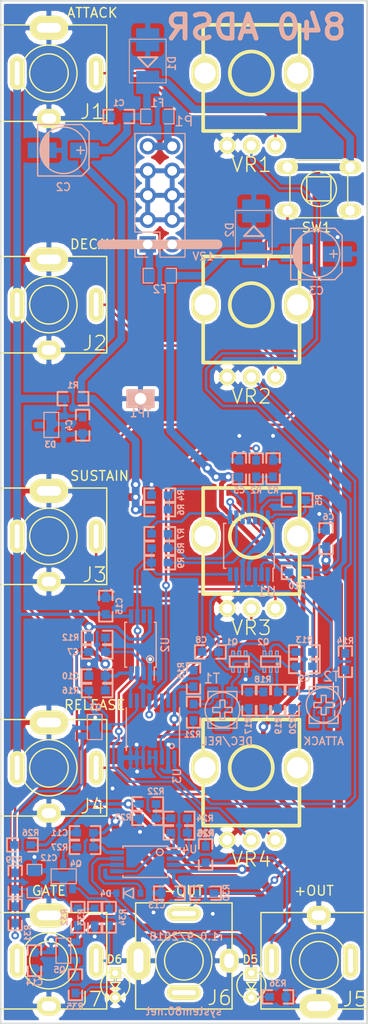
<source format=kicad_pcb>
(kicad_pcb (version 4) (host pcbnew 4.0.2-stable)
  (layers (0 F.Cu signal) (31 B.Cu signal) (34 B.Paste user) (35 F.Paste user) (36 B.SilkS user) (37 F.SilkS user) (38 B.Mask user) (39 F.Mask user) (44 Edge.Cuts user))
  (net 0 "")
  (net 1 +12V)
  (net 2 GND)
  (net 3 -12V)
  (net 4 GATE)
  (net 5 "Net-(C7-Pad1)")
  (net 6 "Net-(C7-Pad2)")
  (net 7 "Net-(C9-Pad1)")
  (net 8 "Net-(C9-Pad2)")
  (net 9 "Net-(C8-Pad1)")
  (net 10 "Net-(C8-Pad2)")
  (net 11 +10V)
  (net 12 "Net-(D6-Pad2)")
  (net 13 "Net-(D3-Pad3)")
  (net 14 "Net-(D4-Pad2)")
  (net 15 "Net-(D4-Pad1)")
  (net 16 "Net-(D5-Pad1)")
  (net 17 "Net-(F1-Pad1)")
  (net 18 "Net-(F2-Pad1)")
  (net 19 "Net-(J1-Pad3)")
  (net 20 "Net-(J2-Pad3)")
  (net 21 "Net-(J3-Pad3)")
  (net 22 "Net-(J4-Pad3)")
  (net 23 "Net-(J7-Pad3)")
  (net 24 "Net-(J7-Pad2)")
  (net 25 "Net-(J6-Pad3)")
  (net 26 "Net-(J6-Pad2)")
  (net 27 ENV_OUT)
  (net 28 "Net-(J5-Pad2)")
  (net 29 "Net-(Q4-Pad3)")
  (net 30 "Net-(Q4-Pad1)")
  (net 31 "Net-(Q5-Pad2)")
  (net 32 "Net-(Q5-Pad1)")
  (net 33 "Net-(Q3-Pad1)")
  (net 34 "Net-(Q2-Pad1)")
  (net 35 "Net-(R31-Pad1)")
  (net 36 "Net-(R15-Pad2)")
  (net 37 ATTACK)
  (net 38 "Net-(R14-Pad2)")
  (net 39 "Net-(R21-Pad1)")
  (net 40 "Net-(R21-Pad2)")
  (net 41 "Net-(R10-Pad2)")
  (net 42 "Net-(R5-Pad2)")
  (net 43 "Net-(R2-Pad1)")
  (net 44 "Net-(R2-Pad2)")
  (net 45 "Net-(R24-Pad2)")
  (net 46 "Net-(R25-Pad2)")
  (net 47 DECAY)
  (net 48 RELEASE)
  (net 49 SUSTAIN)
  (net 50 "Net-(U2-Pad7)")
  (net 51 "Net-(Q1-Pad2)")
  (net 52 "Net-(Q1-Pad4)")
  (net 53 "Net-(R4-Pad2)")
  (net 54 "Net-(R7-Pad1)")
  (net 55 "Net-(R30-Pad1)")
  (net 56 "Net-(R22-Pad2)")
  (net 57 "Net-(U2-Pad3)")
  (module MyModules:SM0603-C-MURATA (layer B.Cu) (at 92.25 61.75 180)
    (fp_text reference C1 (at 0 1.4 180) (layer B.SilkS) (effects (font (size 0.6096 0.6096) (thickness 0.1524)) (justify mirror)))
    (fp_text value 0.1µ hide)
    (pad 1 smd rect (at -0.85 0 180) (size 0.9 0.8) (layers B.Cu B.Paste B.Mask) (net 1 +12V))
    (pad 2 smd rect (at 0.85 0 180) (size 0.9 0.8) (layers B.Cu B.Paste B.Mask) (net 2 GND))
  )
  (module MyModules:SM0603-C-MURATA (layer B.Cu) (at 88.75 136 180)
    (fp_text reference C11 (at 2.65 0 180) (layer B.SilkS) (effects (font (size 0.6096 0.6096) (thickness 0.1524)) (justify mirror)))
    (fp_text value 0.1µ hide)
    (pad 1 smd rect (at -0.85 0 180) (size 0.9 0.8) (layers B.Cu B.Paste B.Mask) (net 1 +12V))
    (pad 2 smd rect (at 0.85 0 180) (size 0.9 0.8) (layers B.Cu B.Paste B.Mask) (net 2 GND))
  )
  (module MyModules:SM0603-C-MURATA (layer B.Cu) (at 104.75 98.25 270)
    (fp_text reference C5 (at 2.25 0 360) (layer B.SilkS) (effects (font (size 0.6096 0.6096) (thickness 0.1524)) (justify mirror)))
    (fp_text value 0.1µ hide)
    (pad 1 smd rect (at -0.85 0 270) (size 0.9 0.8) (layers B.Cu B.Paste B.Mask) (net 2 GND))
    (pad 2 smd rect (at 0.85 0 270) (size 0.9 0.8) (layers B.Cu B.Paste B.Mask) (net 3 -12V))
  )
  (module MyModules:SM0603-C-MURATA (layer B.Cu) (at 113.75 105.5 90)
    (fp_text reference C6 (at 2.25 0.25 180) (layer B.SilkS) (effects (font (size 0.6096 0.6096) (thickness 0.1524)) (justify mirror)))
    (fp_text value 0.1µ hide)
    (pad 1 smd rect (at -0.85 0 90) (size 0.9 0.8) (layers B.Cu B.Paste B.Mask) (net 1 +12V))
    (pad 2 smd rect (at 0.85 0 90) (size 0.9 0.8) (layers B.Cu B.Paste B.Mask) (net 2 GND))
  )
  (module MyModules:SM0603-C-MURATA (layer B.Cu) (at 97.5 142.25)
    (fp_text reference C13 (at -1.3 1.25) (layer B.SilkS) (effects (font (size 0.6096 0.6096) (thickness 0.1524)) (justify mirror)))
    (fp_text value 0.1µ hide)
    (pad 1 smd rect (at -0.85 0) (size 0.9 0.8) (layers B.Cu B.Paste B.Mask) (net 2 GND))
    (pad 2 smd rect (at 0.85 0) (size 0.9 0.8) (layers B.Cu B.Paste B.Mask) (net 3 -12V))
  )
  (module MyModules:SM0603-C-MURATA (layer B.Cu) (at 83.5 149.25 270)
    (fp_text reference C14 (at 2.25 0 360) (layer B.SilkS) (effects (font (size 0.6096 0.6096) (thickness 0.1524)) (justify mirror)))
    (fp_text value 0.1µ hide)
    (pad 1 smd rect (at -0.85 0 270) (size 0.9 0.8) (layers B.Cu B.Paste B.Mask) (net 1 +12V))
    (pad 2 smd rect (at 0.85 0 270) (size 0.9 0.8) (layers B.Cu B.Paste B.Mask) (net 2 GND))
  )
  (module MyModules:jrl_c_elec_5x5.3 (layer B.Cu) (at 86.5 65.25)
    (fp_text reference C2 (at 0 3.81) (layer B.SilkS) (effects (font (size 0.8 0.8)) (justify mirror)))
    (fp_text value 10μF)
    (pad 1 smd rect (at 2.19964 0) (size 2.99974 1.6002) (layers B.Cu B.Paste B.Mask) (net 1 +12V))
    (pad 2 smd rect (at -2.19964 0) (size 2.99974 1.6002) (layers B.Cu B.Paste B.Mask) (net 2 GND))
  )
  (module MyModules:jrl_c_elec_5x5.3 (layer B.Cu) (at 112.75 76)
    (fp_text reference C3 (at 0 3.81) (layer B.SilkS) (effects (font (size 0.8 0.8)) (justify mirror)))
    (fp_text value 10μF)
    (pad 1 smd rect (at 2.19964 0) (size 2.99974 1.6002) (layers B.Cu B.Paste B.Mask) (net 2 GND))
    (pad 2 smd rect (at -2.19964 0) (size 2.99974 1.6002) (layers B.Cu B.Paste B.Mask) (net 3 -12V))
  )
  (module MyModules:SM0805-HAND (layer B.Cu) (at 83.5 141 90)
    (fp_text reference C12 (at 2.4 1.5 180) (layer B.SilkS) (effects (font (size 0.6 0.6)) (justify mirror)))
    (fp_text value 220n hide)
    (pad 1 smd rect (at -1.0795 0 90) (size 1.143 1.397) (layers B.Cu B.Paste B.Mask) (net 4 GATE))
    (pad 2 smd rect (at 1.0795 0 90) (size 1.143 1.397) (layers B.Cu B.Paste B.Mask) (net 2 GND))
  )
  (module MyModules:SM0603-C-MURATA (layer B.Cu) (at 90 117.25)
    (fp_text reference C7 (at -2.5 0) (layer B.SilkS) (effects (font (size 0.6096 0.6096) (thickness 0.1524)) (justify mirror)))
    (fp_text value 100n hide)
    (pad 1 smd rect (at -0.85 0) (size 0.9 0.8) (layers B.Cu B.Paste B.Mask) (net 5 "Net-(C7-Pad1)"))
    (pad 2 smd rect (at 0.85 0) (size 0.9 0.8) (layers B.Cu B.Paste B.Mask) (net 6 "Net-(C7-Pad2)"))
  )
  (module MyModules:SM0603-C-MURATA (layer B.Cu) (at 90 119.75 180)
    (fp_text reference C10 (at 2.75 0 180) (layer B.SilkS) (effects (font (size 0.6096 0.6096) (thickness 0.1524)) (justify mirror)))
    (fp_text value 100n hide)
    (pad 1 smd rect (at -0.85 0 180) (size 0.9 0.8) (layers B.Cu B.Paste B.Mask) (net 1 +12V))
    (pad 2 smd rect (at 0.85 0 180) (size 0.9 0.8) (layers B.Cu B.Paste B.Mask) (net 2 GND))
  )
  (module MyModules:SM0603-C-MURATA (layer B.Cu) (at 111.5 118.75 180)
    (fp_text reference C9 (at 0 -1.25 360) (layer B.SilkS) (effects (font (size 0.6096 0.6096) (thickness 0.1524)) (justify mirror)))
    (fp_text value 100p hide)
    (pad 1 smd rect (at -0.85 0 180) (size 0.9 0.8) (layers B.Cu B.Paste B.Mask) (net 7 "Net-(C9-Pad1)"))
    (pad 2 smd rect (at 0.85 0 180) (size 0.9 0.8) (layers B.Cu B.Paste B.Mask) (net 8 "Net-(C9-Pad2)"))
  )
  (module MyModules:SM0603-C-MURATA (layer B.Cu) (at 101.75 117.25)
    (fp_text reference C8 (at -0.95 -1.25) (layer B.SilkS) (effects (font (size 0.6096 0.6096) (thickness 0.1524)) (justify mirror)))
    (fp_text value 100n** hide)
    (pad 1 smd rect (at -0.85 0) (size 0.9 0.8) (layers B.Cu B.Paste B.Mask) (net 9 "Net-(C8-Pad1)"))
    (pad 2 smd rect (at 0.85 0) (size 0.9 0.8) (layers B.Cu B.Paste B.Mask) (net 10 "Net-(C8-Pad2)"))
  )
  (module MyModules:SM0603-C-MURATA (layer B.Cu) (at 88.5 93.75 270)
    (fp_text reference C4 (at 0 1.4 270) (layer B.SilkS) (effects (font (size 0.6096 0.6096) (thickness 0.1524)) (justify mirror)))
    (fp_text value 100n hide)
    (pad 1 smd rect (at -0.85 0 270) (size 0.9 0.8) (layers B.Cu B.Paste B.Mask) (net 11 +10V))
    (pad 2 smd rect (at 0.85 0 270) (size 0.9 0.8) (layers B.Cu B.Paste B.Mask) (net 2 GND))
  )
  (module MyModules:SMB-1C2A (layer B.Cu) (at 95.25 56 90)
    (fp_text reference D1 (at -0.25 2.5 90) (layer B.SilkS) (effects (font (size 0.8 0.8)) (justify mirror)))
    (fp_text value S1BB hide)
    (pad 2 smd rect (at 2.19964 0 90) (size 2.39776 2.39776) (layers B.Cu B.Paste B.Mask) (net 2 GND))
    (pad 1 smd rect (at -2.19964 0 90) (size 2.39776 2.39776) (layers B.Cu B.Paste B.Mask) (net 1 +12V))
  )
  (module MyModules:SMB-1C2A (layer B.Cu) (at 106.25 73.75 270)
    (fp_text reference D2 (at -0.25 2.5 270) (layer B.SilkS) (effects (font (size 0.8 0.8)) (justify mirror)))
    (fp_text value S1BB hide)
    (pad 2 smd rect (at 2.19964 0 270) (size 2.39776 2.39776) (layers B.Cu B.Paste B.Mask) (net 3 -12V))
    (pad 1 smd rect (at -2.19964 0 270) (size 2.39776 2.39776) (layers B.Cu B.Paste B.Mask) (net 2 GND))
  )
  (module MyModules:3MM-LED-C1A2 (layer F.Cu) (at 91.88 151.8 270)
    (fp_text reference D6 (at -2.7 0.08 360) (layer F.SilkS) (effects (font (size 0.8128 0.8128))))
    (fp_text value LED hide)
    (pad 2 thru_hole rect (at -1.27 0 270) (size 1.2 1.2) (drill 0.65) (layers *.Cu *.Mask F.SilkS) (net 12 "Net-(D6-Pad2)"))
    (pad 1 thru_hole circle (at 1.27 0 270) (size 1.2 1.2) (drill 0.65) (layers *.Cu *.Mask F.SilkS) (net 2 GND))
  )
  (module MyModules:SOT23-132-JRL (layer B.Cu) (at 85.25 93.75 270)
    (fp_text reference D3 (at 1.99898 0.09906 540) (layer B.SilkS) (effects (font (size 0.6096 0.6096) (thickness 0.1524)) (justify mirror)))
    (fp_text value LM4040-10.0 hide)
    (pad 3 smd rect (at 0 1.27 270) (size 0.70104 1.00076) (layers B.Cu B.Paste B.Mask) (net 13 "Net-(D3-Pad3)"))
    (pad 2 smd rect (at 0.9525 -1.27 270) (size 0.70104 1.00076) (layers B.Cu B.Paste B.Mask) (net 2 GND))
    (pad 1 smd rect (at -0.9525 -1.27 270) (size 0.70104 1.00076) (layers B.Cu B.Paste B.Mask) (net 11 +10V))
  )
  (module MyModules:SOD323-C1A2 (layer B.Cu) (at 93.25 142.25 180)
    (fp_text reference D4 (at 2.35 -0.05 180) (layer B.SilkS) (effects (font (size 0.6096 0.6096) (thickness 0.1524)) (justify mirror)))
    (fp_text value 1N4148 hide)
    (pad 2 smd rect (at -1.2446 0 180) (size 0.6096 0.762) (layers B.Cu B.Paste B.Mask) (net 14 "Net-(D4-Pad2)"))
    (pad 1 smd rect (at 1.2446 0 180) (size 0.6096 0.762) (layers B.Cu B.Paste B.Mask) (net 15 "Net-(D4-Pad1)"))
  )
  (module MyModules:3MM-LED-C1A2 (layer F.Cu) (at 106 151.8 270)
    (fp_text reference D5 (at -2.7 0.1 360) (layer F.SilkS) (effects (font (size 0.8128 0.8128))))
    (fp_text value LED hide)
    (pad 2 thru_hole rect (at -1.27 0 270) (size 1.2 1.2) (drill 0.65) (layers *.Cu *.Mask F.SilkS) (net 15 "Net-(D4-Pad1)"))
    (pad 1 thru_hole circle (at 1.27 0 270) (size 1.2 1.2) (drill 0.65) (layers *.Cu *.Mask F.SilkS) (net 16 "Net-(D5-Pad1)"))
  )
  (module MyModules:SM0805-HAND (layer B.Cu) (at 96.25 61.75 180)
    (fp_text reference F1 (at 0 1.397 180) (layer B.SilkS) (effects (font (size 0.8128 0.8128) (thickness 0.1524)) (justify mirror)))
    (fp_text value "PTC 0.1A" hide)
    (pad 1 smd rect (at -1.0795 0 180) (size 1.143 1.397) (layers B.Cu B.Paste B.Mask) (net 17 "Net-(F1-Pad1)"))
    (pad 2 smd rect (at 1.0795 0 180) (size 1.143 1.397) (layers B.Cu B.Paste B.Mask) (net 1 +12V))
  )
  (module MyModules:SM0805-HAND (layer B.Cu) (at 96.5 78.25)
    (fp_text reference F2 (at 0 1.397) (layer B.SilkS) (effects (font (size 0.8128 0.8128) (thickness 0.1524)) (justify mirror)))
    (fp_text value "PTC 0.1A" hide)
    (pad 1 smd rect (at -1.0795 0) (size 1.143 1.397) (layers B.Cu B.Paste B.Mask) (net 18 "Net-(F2-Pad1)"))
    (pad 2 smd rect (at 1.0795 0) (size 1.143 1.397) (layers B.Cu B.Paste B.Mask) (net 3 -12V))
  )
  (module MyModules:PJ-301B-JACK-SLOTS (layer F.Cu) (at 85 57.26 270)
    (fp_text reference J1 (at 3.99 -4.5 360) (layer F.SilkS) (effects (font (size 1.5 1.5))))
    (fp_text value PJ-301B-JACK hide)
    (pad 1 thru_hole oval (at -4.7 0 270) (size 2.5 4) (drill oval 1 2.5) (layers *.Cu *.Mask F.SilkS) (net 2 GND))
    (pad 1 thru_hole oval (at 4.7 0 270) (size 2 2.5) (drill oval 1 1.5) (layers *.Cu *.Mask F.SilkS) (net 2 GND))
    (pad 3 thru_hole oval (at 0 -4.9 270) (size 3.5 1.5) (drill oval 2.5 0.5) (layers *.Cu *.Mask F.SilkS) (net 19 "Net-(J1-Pad3)"))
    (pad 2 thru_hole oval (at 0 3.3 270) (size 3.5 1.5) (drill oval 2.5 0.5) (layers *.Cu *.Mask F.SilkS) (net 11 +10V))
  )
  (module MyModules:PJ-301B-JACK-SLOTS (layer F.Cu) (at 85 81.26 270)
    (fp_text reference J2 (at 3.99 -4.75 360) (layer F.SilkS) (effects (font (size 1.5 1.5))))
    (fp_text value PJ-301B-JACK hide)
    (pad 1 thru_hole oval (at -4.7 0 270) (size 2.5 4) (drill oval 1 2.5) (layers *.Cu *.Mask F.SilkS) (net 2 GND))
    (pad 1 thru_hole oval (at 4.7 0 270) (size 2 2.5) (drill oval 1 1.5) (layers *.Cu *.Mask F.SilkS) (net 2 GND))
    (pad 3 thru_hole oval (at 0 -4.9 270) (size 3.5 1.5) (drill oval 2.5 0.5) (layers *.Cu *.Mask F.SilkS) (net 20 "Net-(J2-Pad3)"))
    (pad 2 thru_hole oval (at 0 3.3 270) (size 3.5 1.5) (drill oval 2.5 0.5) (layers *.Cu *.Mask F.SilkS) (net 11 +10V))
  )
  (module MyModules:PJ-301B-JACK-SLOTS (layer F.Cu) (at 85 105.26 270)
    (fp_text reference J3 (at 3.99 -4.75 360) (layer F.SilkS) (effects (font (size 1.5 1.5))))
    (fp_text value PJ-301B-JACK hide)
    (pad 1 thru_hole oval (at -4.7 0 270) (size 2.5 4) (drill oval 1 2.5) (layers *.Cu *.Mask F.SilkS) (net 2 GND))
    (pad 1 thru_hole oval (at 4.7 0 270) (size 2 2.5) (drill oval 1 1.5) (layers *.Cu *.Mask F.SilkS) (net 2 GND))
    (pad 3 thru_hole oval (at 0 -4.9 270) (size 3.5 1.5) (drill oval 2.5 0.5) (layers *.Cu *.Mask F.SilkS) (net 21 "Net-(J3-Pad3)"))
    (pad 2 thru_hole oval (at 0 3.3 270) (size 3.5 1.5) (drill oval 2.5 0.5) (layers *.Cu *.Mask F.SilkS) (net 11 +10V))
  )
  (module MyModules:PJ-301B-JACK-SLOTS (layer F.Cu) (at 85 129.26 270)
    (fp_text reference J4 (at 3.99 -4.5 360) (layer F.SilkS) (effects (font (size 1.5 1.5))))
    (fp_text value PJ-301B-JACK hide)
    (pad 1 thru_hole oval (at -4.7 0 270) (size 2.5 4) (drill oval 1 2.5) (layers *.Cu *.Mask F.SilkS) (net 2 GND))
    (pad 1 thru_hole oval (at 4.7 0 270) (size 2 2.5) (drill oval 1 1.5) (layers *.Cu *.Mask F.SilkS) (net 2 GND))
    (pad 3 thru_hole oval (at 0 -4.9 270) (size 3.5 1.5) (drill oval 2.5 0.5) (layers *.Cu *.Mask F.SilkS) (net 22 "Net-(J4-Pad3)"))
    (pad 2 thru_hole oval (at 0 3.3 270) (size 3.5 1.5) (drill oval 2.5 0.5) (layers *.Cu *.Mask F.SilkS) (net 11 +10V))
  )
  (module MyModules:PJ-301B-JACK-SLOTS (layer F.Cu) (at 85 149.26 270)
    (fp_text reference J7 (at 3.99 -4.25 360) (layer F.SilkS) (effects (font (size 1.5 1.5))))
    (fp_text value PJ-301B hide)
    (pad 1 thru_hole oval (at -4.7 0 270) (size 2.5 4) (drill oval 1 2.5) (layers *.Cu *.Mask F.SilkS) (net 2 GND))
    (pad 1 thru_hole oval (at 4.7 0 270) (size 2 2.5) (drill oval 1 1.5) (layers *.Cu *.Mask F.SilkS) (net 2 GND))
    (pad 3 thru_hole oval (at 0 -4.9 270) (size 3.5 1.5) (drill oval 2.5 0.5) (layers *.Cu *.Mask F.SilkS) (net 23 "Net-(J7-Pad3)"))
    (pad 2 thru_hole oval (at 0 3.3 270) (size 3.5 1.5) (drill oval 2.5 0.5) (layers *.Cu *.Mask F.SilkS) (net 24 "Net-(J7-Pad2)"))
  )
  (module MyModules:PJ-301B-JACK-SLOTS (layer F.Cu) (at 99 149.26)
    (fp_text reference J6 (at 3.7 3.84) (layer F.SilkS) (effects (font (size 1.5 1.5))))
    (fp_text value PJ-301B hide)
    (pad 1 thru_hole oval (at -4.7 0) (size 2.5 4) (drill oval 1 2.5) (layers *.Cu *.Mask F.SilkS) (net 2 GND))
    (pad 1 thru_hole oval (at 4.7 0) (size 2 2.5) (drill oval 1 1.5) (layers *.Cu *.Mask F.SilkS) (net 2 GND))
    (pad 3 thru_hole oval (at 0 -4.9) (size 3.5 1.5) (drill oval 2.5 0.5) (layers *.Cu *.Mask F.SilkS) (net 25 "Net-(J6-Pad3)"))
    (pad 2 thru_hole oval (at 0 3.3) (size 3.5 1.5) (drill oval 2.5 0.5) (layers *.Cu *.Mask F.SilkS) (net 26 "Net-(J6-Pad2)"))
  )
  (module MyModules:PJ-301B-JACK-SLOTS (layer F.Cu) (at 113 149.26 90)
    (fp_text reference J5 (at -3.99 3.75 180) (layer F.SilkS) (effects (font (size 1.5 1.5))))
    (fp_text value PJ-301B hide)
    (pad 1 thru_hole oval (at -4.7 0 90) (size 2.5 4) (drill oval 1 2.5) (layers *.Cu *.Mask F.SilkS) (net 2 GND))
    (pad 1 thru_hole oval (at 4.7 0 90) (size 2 2.5) (drill oval 1 1.5) (layers *.Cu *.Mask F.SilkS) (net 2 GND))
    (pad 3 thru_hole oval (at 0 -4.9 90) (size 3.5 1.5) (drill oval 2.5 0.5) (layers *.Cu *.Mask F.SilkS) (net 27 ENV_OUT))
    (pad 2 thru_hole oval (at 0 3.3 90) (size 3.5 1.5) (drill oval 2.5 0.5) (layers *.Cu *.Mask F.SilkS) (net 28 "Net-(J5-Pad2)"))
  )
  (module Pin_Headers:Pin_Header_Straight_2x05_Pitch2.54mm (layer B.Cu) (at 95.25 75)
    (fp_text reference P1 (at 3.75 -12.75) (layer B.SilkS) (effects (justify mirror)))
    (fp_text value CONN_02X05)
    (pad 1 thru_hole rect (at 0 0) (size 1.7 1.7) (drill 1) (layers *.Cu *.Mask) (net 18 "Net-(F2-Pad1)"))
    (pad 2 thru_hole oval (at 2.54 0) (size 1.7 1.7) (drill 1) (layers *.Cu *.Mask) (net 18 "Net-(F2-Pad1)"))
    (pad 3 thru_hole oval (at 0 -2.54) (size 1.7 1.7) (drill 1) (layers *.Cu *.Mask) (net 2 GND))
    (pad 4 thru_hole oval (at 2.54 -2.54) (size 1.7 1.7) (drill 1) (layers *.Cu *.Mask) (net 2 GND))
    (pad 5 thru_hole oval (at 0 -5.08) (size 1.7 1.7) (drill 1) (layers *.Cu *.Mask) (net 2 GND))
    (pad 6 thru_hole oval (at 2.54 -5.08) (size 1.7 1.7) (drill 1) (layers *.Cu *.Mask) (net 2 GND))
    (pad 7 thru_hole oval (at 0 -7.62) (size 1.7 1.7) (drill 1) (layers *.Cu *.Mask) (net 2 GND))
    (pad 8 thru_hole oval (at 2.54 -7.62) (size 1.7 1.7) (drill 1) (layers *.Cu *.Mask) (net 2 GND))
    (pad 9 thru_hole oval (at 0 -10.16) (size 1.7 1.7) (drill 1) (layers *.Cu *.Mask) (net 17 "Net-(F1-Pad1)"))
    (pad 10 thru_hole oval (at 2.54 -10.16) (size 1.7 1.7) (drill 1) (layers *.Cu *.Mask) (net 17 "Net-(F1-Pad1)"))
  )
  (module MyModules:SOT23-132-JRL (layer B.Cu) (at 86.5 140.5 180)
    (fp_text reference Q4 (at -1.3 1.3 180) (layer B.SilkS) (effects (font (size 0.6096 0.6096) (thickness 0.1524)) (justify mirror)))
    (fp_text value MMBT3904 hide)
    (pad 3 smd rect (at 0 1.27 180) (size 0.70104 1.00076) (layers B.Cu B.Paste B.Mask) (net 29 "Net-(Q4-Pad3)"))
    (pad 2 smd rect (at 0.9525 -1.27 180) (size 0.70104 1.00076) (layers B.Cu B.Paste B.Mask) (net 4 GATE))
    (pad 1 smd rect (at -0.9525 -1.27 180) (size 0.70104 1.00076) (layers B.Cu B.Paste B.Mask) (net 30 "Net-(Q4-Pad1)"))
  )
  (module MyModules:SOT23-132-JRL (layer B.Cu) (at 86.5 148.25 270)
    (fp_text reference Q5 (at 1.95 0.4 540) (layer B.SilkS) (effects (font (size 0.6096 0.6096) (thickness 0.1524)) (justify mirror)))
    (fp_text value MMBT3904 hide)
    (pad 3 smd rect (at 0 1.27 270) (size 0.70104 1.00076) (layers B.Cu B.Paste B.Mask) (net 1 +12V))
    (pad 2 smd rect (at 0.9525 -1.27 270) (size 0.70104 1.00076) (layers B.Cu B.Paste B.Mask) (net 31 "Net-(Q5-Pad2)"))
    (pad 1 smd rect (at -0.9525 -1.27 270) (size 0.70104 1.00076) (layers B.Cu B.Paste B.Mask) (net 32 "Net-(Q5-Pad1)"))
  )
  (module MyModules:SOT23-132-JRL (layer B.Cu) (at 89.75 125 90)
    (fp_text reference Q3 (at 1.99898 0.09906 360) (layer B.SilkS) (effects (font (size 0.6096 0.6096) (thickness 0.1524)) (justify mirror)))
    (fp_text value MMBT3904 hide)
    (pad 3 smd rect (at 0 1.27 90) (size 0.70104 1.00076) (layers B.Cu B.Paste B.Mask) (net 5 "Net-(C7-Pad1)"))
    (pad 2 smd rect (at 0.9525 -1.27 90) (size 0.70104 1.00076) (layers B.Cu B.Paste B.Mask) (net 2 GND))
    (pad 1 smd rect (at -0.9525 -1.27 90) (size 0.70104 1.00076) (layers B.Cu B.Paste B.Mask) (net 33 "Net-(Q3-Pad1)"))
  )
  (module MyModules:SOT363-JRL (layer B.Cu) (at 108 118.25 180)
    (fp_text reference Q2 (at 0.762 2.032 180) (layer B.SilkS) (effects (font (size 0.6096 0.6096) (thickness 0.1524)) (justify mirror)))
    (fp_text value DMMT3904W hide)
    (pad 1 smd rect (at -0.6477 -0.79756 180) (size 0.39878 0.79756) (layers B.Cu B.Paste B.Mask) (net 34 "Net-(Q2-Pad1)"))
    (pad 2 smd rect (at 0 -0.79756 180) (size 0.39878 0.79756) (layers B.Cu B.Paste B.Mask) (net 2 GND))
    (pad 3 smd rect (at 0.6477 -0.79756 180) (size 0.39878 0.79756) (layers B.Cu B.Paste B.Mask) (net 10 "Net-(C8-Pad2)"))
    (pad 4 smd rect (at 0.6477 0.79756 180) (size 0.39878 0.79756) (layers B.Cu B.Paste B.Mask) (net 52 "Net-(Q1-Pad4)"))
    (pad 5 smd rect (at 0 0.79756 180) (size 0.39878 0.79756) (layers B.Cu B.Paste B.Mask) (net 52 "Net-(Q1-Pad4)"))
    (pad 6 smd rect (at -0.6477 0.79756 180) (size 0.39878 0.79756) (layers B.Cu B.Paste B.Mask) (net 8 "Net-(C9-Pad2)"))
  )
  (module MyModules:SOT363-JRL (layer B.Cu) (at 104.75 118.25 180)
    (fp_text reference Q1 (at 0.762 2.032 180) (layer B.SilkS) (effects (font (size 0.6096 0.6096) (thickness 0.1524)) (justify mirror)))
    (fp_text value DMMT3906W-K4B hide)
    (pad 1 smd rect (at -0.6477 -0.79756 180) (size 0.39878 0.79756) (layers B.Cu B.Paste B.Mask) (net 2 GND))
    (pad 2 smd rect (at 0 -0.79756 180) (size 0.39878 0.79756) (layers B.Cu B.Paste B.Mask) (net 51 "Net-(Q1-Pad2)"))
    (pad 3 smd rect (at 0.6477 -0.79756 180) (size 0.39878 0.79756) (layers B.Cu B.Paste B.Mask) (net 10 "Net-(C8-Pad2)"))
    (pad 4 smd rect (at 0.6477 0.79756 180) (size 0.39878 0.79756) (layers B.Cu B.Paste B.Mask) (net 52 "Net-(Q1-Pad4)"))
    (pad 5 smd rect (at 0 0.79756 180) (size 0.39878 0.79756) (layers B.Cu B.Paste B.Mask) (net 52 "Net-(Q1-Pad4)"))
    (pad 6 smd rect (at -0.6477 0.79756 180) (size 0.39878 0.79756) (layers B.Cu B.Paste B.Mask) (net 8 "Net-(C9-Pad2)"))
  )
  (module MyModules:SM0603-R-YAGEO (layer B.Cu) (at 81.5 144.5 90)
    (fp_text reference R31 (at -1.9 1.3 90) (layer B.SilkS) (effects (font (size 0.6096 0.6096) (thickness 0.1524)) (justify mirror)))
    (fp_text value 10K hide)
    (pad 1 smd rect (at -0.85 0 90) (size 0.9 0.8) (layers B.Cu B.Paste B.Mask) (net 35 "Net-(R31-Pad1)"))
    (pad 2 smd rect (at 0.85 0 90) (size 0.9 0.8) (layers B.Cu B.Paste B.Mask) (net 4 GATE))
  )
  (module MyModules:SM0603-R-YAGEO (layer B.Cu) (at 91.25 144.75 90)
    (fp_text reference R34 (at 0 1.4 90) (layer B.SilkS) (effects (font (size 0.6096 0.6096) (thickness 0.1524)) (justify mirror)))
    (fp_text value 10K hide)
    (pad 1 smd rect (at -0.85 0 90) (size 0.9 0.8) (layers B.Cu B.Paste B.Mask) (net 23 "Net-(J7-Pad3)"))
    (pad 2 smd rect (at 0.85 0 90) (size 0.9 0.8) (layers B.Cu B.Paste B.Mask) (net 30 "Net-(Q4-Pad1)"))
  )
  (module MyModules:SM0603-R-YAGEO (layer B.Cu) (at 88.75 137.5)
    (fp_text reference R27 (at -2.65 0) (layer B.SilkS) (effects (font (size 0.6096 0.6096) (thickness 0.1524)) (justify mirror)))
    (fp_text value 4.7K hide)
    (pad 1 smd rect (at -0.85 0) (size 0.9 0.8) (layers B.Cu B.Paste B.Mask) (net 29 "Net-(Q4-Pad3)"))
    (pad 2 smd rect (at 0.85 0) (size 0.9 0.8) (layers B.Cu B.Paste B.Mask) (net 1 +12V))
  )
  (module MyModules:SM0603-R-YAGEO (layer B.Cu) (at 88 144.75 270)
    (fp_text reference R32 (at 0 1.4 270) (layer B.SilkS) (effects (font (size 0.6096 0.6096) (thickness 0.1524)) (justify mirror)))
    (fp_text value 10K hide)
    (pad 1 smd rect (at -0.85 0 270) (size 0.9 0.8) (layers B.Cu B.Paste B.Mask) (net 4 GATE))
    (pad 2 smd rect (at 0.85 0 270) (size 0.9 0.8) (layers B.Cu B.Paste B.Mask) (net 32 "Net-(Q5-Pad1)"))
  )
  (module MyModules:SM0603-R-YAGEO (layer B.Cu) (at 87.75 151.75 270)
    (fp_text reference R35 (at 2.25 0.05 360) (layer B.SilkS) (effects (font (size 0.6096 0.6096) (thickness 0.1524)) (justify mirror)))
    (fp_text value 1K hide)
    (pad 1 smd rect (at -0.85 0 270) (size 0.9 0.8) (layers B.Cu B.Paste B.Mask) (net 31 "Net-(Q5-Pad2)"))
    (pad 2 smd rect (at 0.85 0 270) (size 0.9 0.8) (layers B.Cu B.Paste B.Mask) (net 12 "Net-(D6-Pad2)"))
  )
  (module MyModules:SM0603-R-YAGEO (layer B.Cu) (at 100 120 90)
    (fp_text reference R15 (at 0.8 -1.3 270) (layer B.SilkS) (effects (font (size 0.6096 0.6096) (thickness 0.1524)) (justify mirror)))
    (fp_text value 15K hide)
    (pad 1 smd rect (at -0.85 0 90) (size 0.9 0.8) (layers B.Cu B.Paste B.Mask) (net 1 +12V))
    (pad 2 smd rect (at 0.85 0 90) (size 0.9 0.8) (layers B.Cu B.Paste B.Mask) (net 36 "Net-(R15-Pad2)"))
  )
  (module MyModules:SM0603-R-YAGEO (layer B.Cu) (at 89.75 144.75 270)
    (fp_text reference R33 (at 0 1.4 270) (layer B.SilkS) (effects (font (size 0.6096 0.6096) (thickness 0.1524)) (justify mirror)))
    (fp_text value 100K hide)
    (pad 1 smd rect (at -0.85 0 270) (size 0.9 0.8) (layers B.Cu B.Paste B.Mask) (net 4 GATE))
    (pad 2 smd rect (at 0.85 0 270) (size 0.9 0.8) (layers B.Cu B.Paste B.Mask) (net 2 GND))
  )
  (module MyModules:SM0603-R-YAGEO (layer B.Cu) (at 81.5 141 270)
    (fp_text reference R29 (at -2.2 0.1 360) (layer B.SilkS) (effects (font (size 0.6096 0.6096) (thickness 0.1524)) (justify mirror)))
    (fp_text value 33K hide)
    (pad 1 smd rect (at -0.85 0 270) (size 0.9 0.8) (layers B.Cu B.Paste B.Mask) (net 33 "Net-(Q3-Pad1)"))
    (pad 2 smd rect (at 0.85 0 270) (size 0.9 0.8) (layers B.Cu B.Paste B.Mask) (net 4 GATE))
  )
  (module MyModules:SM0603-R-YAGEO (layer B.Cu) (at 82.25 137.25)
    (fp_text reference R26 (at 0.85 -1.25) (layer B.SilkS) (effects (font (size 0.6096 0.6096) (thickness 0.1524)) (justify mirror)))
    (fp_text value 330K hide)
    (pad 1 smd rect (at -0.85 0) (size 0.9 0.8) (layers B.Cu B.Paste B.Mask) (net 33 "Net-(Q3-Pad1)"))
    (pad 2 smd rect (at 0.85 0) (size 0.9 0.8) (layers B.Cu B.Paste B.Mask) (net 3 -12V))
  )
  (module MyModules:SM0603-R-YAGEO (layer B.Cu) (at 90 121.25)
    (fp_text reference R16 (at -2.75 0) (layer B.SilkS) (effects (font (size 0.6096 0.6096) (thickness 0.1524)) (justify mirror)))
    (fp_text value 22K hide)
    (pad 1 smd rect (at -0.85 0) (size 0.9 0.8) (layers B.Cu B.Paste B.Mask) (net 5 "Net-(C7-Pad1)"))
    (pad 2 smd rect (at 0.85 0) (size 0.9 0.8) (layers B.Cu B.Paste B.Mask) (net 1 +12V))
  )
  (module MyModules:SM0603-R-YAGEO (layer B.Cu) (at 90 115.75)
    (fp_text reference R12 (at -2.75 0) (layer B.SilkS) (effects (font (size 0.6096 0.6096) (thickness 0.1524)) (justify mirror)))
    (fp_text value 10K hide)
    (pad 1 smd rect (at -0.85 0) (size 0.9 0.8) (layers B.Cu B.Paste B.Mask) (net 1 +12V))
    (pad 2 smd rect (at 0.85 0) (size 0.9 0.8) (layers B.Cu B.Paste B.Mask) (net 6 "Net-(C7-Pad2)"))
  )
  (module MyModules:SM0603-R-YAGEO (layer B.Cu) (at 115.75 118.25 270)
    (fp_text reference R14 (at -2.15 0 360) (layer B.SilkS) (effects (font (size 0.6096 0.6096) (thickness 0.1524)) (justify mirror)))
    (fp_text value 82K* hide)
    (pad 1 smd rect (at -0.85 0 270) (size 0.9 0.8) (layers B.Cu B.Paste B.Mask) (net 37 ATTACK))
    (pad 2 smd rect (at 0.85 0 270) (size 0.9 0.8) (layers B.Cu B.Paste B.Mask) (net 38 "Net-(R14-Pad2)"))
  )
  (module MyModules:SM0603-R-YAGEO (layer B.Cu) (at 100 123.5 90)
    (fp_text reference R21 (at -2.3 -0.1 180) (layer B.SilkS) (effects (font (size 0.6096 0.6096) (thickness 0.1524)) (justify mirror)))
    (fp_text value 82K* hide)
    (pad 1 smd rect (at -0.85 0 90) (size 0.9 0.8) (layers B.Cu B.Paste B.Mask) (net 39 "Net-(R21-Pad1)"))
    (pad 2 smd rect (at 0.85 0 90) (size 0.9 0.8) (layers B.Cu B.Paste B.Mask) (net 40 "Net-(R21-Pad2)"))
  )
  (module MyModules:SM0603-R-YAGEO (layer B.Cu) (at 105.75 122.25 90)
    (fp_text reference R17 (at -2.65 -0.05 90) (layer B.SilkS) (effects (font (size 0.6096 0.6096) (thickness 0.1524)) (justify mirror)))
    (fp_text value 2.2K hide)
    (pad 1 smd rect (at -0.85 0 90) (size 0.9 0.8) (layers B.Cu B.Paste B.Mask) (net 2 GND))
    (pad 2 smd rect (at 0.85 0 90) (size 0.9 0.8) (layers B.Cu B.Paste B.Mask) (net 51 "Net-(Q1-Pad2)"))
  )
  (module MyModules:SM0603-R-YAGEO (layer B.Cu) (at 107.25 122.25 90)
    (fp_text reference R18 (at 2.15 -0.05 180) (layer B.SilkS) (effects (font (size 0.6096 0.6096) (thickness 0.1524)) (justify mirror)))
    (fp_text value 270K hide)
    (pad 1 smd rect (at -0.85 0 90) (size 0.9 0.8) (layers B.Cu B.Paste B.Mask) (net 3 -12V))
    (pad 2 smd rect (at 0.85 0 90) (size 0.9 0.8) (layers B.Cu B.Paste B.Mask) (net 51 "Net-(Q1-Pad2)"))
  )
  (module MyModules:SM0603-R-YAGEO (layer B.Cu) (at 110.25 122.25 90)
    (fp_text reference R20 (at -2.65 0.05 90) (layer B.SilkS) (effects (font (size 0.6096 0.6096) (thickness 0.1524)) (justify mirror)))
    (fp_text value 2.2K hide)
    (pad 1 smd rect (at -0.85 0 90) (size 0.9 0.8) (layers B.Cu B.Paste B.Mask) (net 2 GND))
    (pad 2 smd rect (at 0.85 0 90) (size 0.9 0.8) (layers B.Cu B.Paste B.Mask) (net 34 "Net-(Q2-Pad1)"))
  )
  (module MyModules:SM0603-R-YAGEO (layer B.Cu) (at 108.75 122.25 90)
    (fp_text reference R19 (at -2.65 0.05 90) (layer B.SilkS) (effects (font (size 0.6096 0.6096) (thickness 0.1524)) (justify mirror)))
    (fp_text value 270K hide)
    (pad 1 smd rect (at -0.85 0 90) (size 0.9 0.8) (layers B.Cu B.Paste B.Mask) (net 3 -12V))
    (pad 2 smd rect (at 0.85 0 90) (size 0.9 0.8) (layers B.Cu B.Paste B.Mask) (net 34 "Net-(Q2-Pad1)"))
  )
  (module MyModules:SM0603-R-YAGEO (layer B.Cu) (at 110.75 109)
    (fp_text reference R10 (at 0 1.4) (layer B.SilkS) (effects (font (size 0.6096 0.6096) (thickness 0.1524)) (justify mirror)))
    (fp_text value 150K hide)
    (pad 1 smd rect (at -0.85 0) (size 0.9 0.8) (layers B.Cu B.Paste B.Mask) (net 8 "Net-(C9-Pad2)"))
    (pad 2 smd rect (at 0.85 0) (size 0.9 0.8) (layers B.Cu B.Paste B.Mask) (net 41 "Net-(R10-Pad2)"))
  )
  (module MyModules:SM0603-R-YAGEO (layer B.Cu) (at 111.5 117.25 180)
    (fp_text reference R13 (at 0 1.25 360) (layer B.SilkS) (effects (font (size 0.6096 0.6096) (thickness 0.1524)) (justify mirror)))
    (fp_text value 2.2K hide)
    (pad 1 smd rect (at -0.85 0 180) (size 0.9 0.8) (layers B.Cu B.Paste B.Mask) (net 7 "Net-(C9-Pad1)"))
    (pad 2 smd rect (at 0.85 0 180) (size 0.9 0.8) (layers B.Cu B.Paste B.Mask) (net 52 "Net-(Q1-Pad4)"))
  )
  (module MyModules:SM0603-R-YAGEO (layer B.Cu) (at 96.5 106.5)
    (fp_text reference R8 (at 2.2 0 90) (layer B.SilkS) (effects (font (size 0.6096 0.6096) (thickness 0.1524)) (justify mirror)))
    (fp_text value 100K hide)
    (pad 1 smd rect (at -0.85 0) (size 0.9 0.8) (layers B.Cu B.Paste B.Mask) (net 9 "Net-(C8-Pad1)"))
    (pad 2 smd rect (at 0.85 0) (size 0.9 0.8) (layers B.Cu B.Paste B.Mask) (net 54 "Net-(R7-Pad1)"))
  )
  (module MyModules:SM0603-R-YAGEO (layer B.Cu) (at 96.5 102.5)
    (fp_text reference R6 (at 2.2 0 90) (layer B.SilkS) (effects (font (size 0.6096 0.6096) (thickness 0.1524)) (justify mirror)))
    (fp_text value 10K hide)
    (pad 1 smd rect (at -0.85 0) (size 0.9 0.8) (layers B.Cu B.Paste B.Mask) (net 1 +12V))
    (pad 2 smd rect (at 0.85 0) (size 0.9 0.8) (layers B.Cu B.Paste B.Mask) (net 53 "Net-(R4-Pad2)"))
  )
  (module MyModules:SM0603-R-YAGEO (layer B.Cu) (at 110.75 101.5 180)
    (fp_text reference R5 (at -2.25 0 270) (layer B.SilkS) (effects (font (size 0.6096 0.6096) (thickness 0.1524)) (justify mirror)))
    (fp_text value 47K hide)
    (pad 1 smd rect (at -0.85 0 180) (size 0.9 0.8) (layers B.Cu B.Paste B.Mask) (net 41 "Net-(R10-Pad2)"))
    (pad 2 smd rect (at 0.85 0 180) (size 0.9 0.8) (layers B.Cu B.Paste B.Mask) (net 42 "Net-(R5-Pad2)"))
  )
  (module MyModules:SM0603-R-YAGEO (layer B.Cu) (at 106.5 98.25 270)
    (fp_text reference R2 (at 2.25 0 360) (layer B.SilkS) (effects (font (size 0.6096 0.6096) (thickness 0.1524)) (justify mirror)))
    (fp_text value 47K hide)
    (pad 1 smd rect (at -0.85 0 270) (size 0.9 0.8) (layers B.Cu B.Paste B.Mask) (net 43 "Net-(R2-Pad1)"))
    (pad 2 smd rect (at 0.85 0 270) (size 0.9 0.8) (layers B.Cu B.Paste B.Mask) (net 44 "Net-(R2-Pad2)"))
  )
  (module MyModules:SM0603-R-YAGEO (layer B.Cu) (at 96.5 101)
    (fp_text reference R4 (at 2.2 0 270) (layer B.SilkS) (effects (font (size 0.6096 0.6096) (thickness 0.1524)) (justify mirror)))
    (fp_text value 10K hide)
    (pad 1 smd rect (at -0.85 0) (size 0.9 0.8) (layers B.Cu B.Paste B.Mask) (net 2 GND))
    (pad 2 smd rect (at 0.85 0) (size 0.9 0.8) (layers B.Cu B.Paste B.Mask) (net 53 "Net-(R4-Pad2)"))
  )
  (module MyModules:SM0603-R-YAGEO (layer B.Cu) (at 96.5 108 180)
    (fp_text reference R9 (at -2.2 0 270) (layer B.SilkS) (effects (font (size 0.6096 0.6096) (thickness 0.1524)) (justify mirror)))
    (fp_text value 47K hide)
    (pad 1 smd rect (at -0.85 0 180) (size 0.9 0.8) (layers B.Cu B.Paste B.Mask) (net 42 "Net-(R5-Pad2)"))
    (pad 2 smd rect (at 0.85 0 180) (size 0.9 0.8) (layers B.Cu B.Paste B.Mask) (net 9 "Net-(C8-Pad1)"))
  )
  (module MyModules:SM0603-R-YAGEO (layer B.Cu) (at 108.25 98.25 90)
    (fp_text reference R3 (at -2.25 0 180) (layer B.SilkS) (effects (font (size 0.6096 0.6096) (thickness 0.1524)) (justify mirror)))
    (fp_text value 47K hide)
    (pad 1 smd rect (at -0.85 0 90) (size 0.9 0.8) (layers B.Cu B.Paste B.Mask) (net 44 "Net-(R2-Pad2)"))
    (pad 2 smd rect (at 0.85 0 90) (size 0.9 0.8) (layers B.Cu B.Paste B.Mask) (net 2 GND))
  )
  (module MyModules:SM0603-R-YAGEO (layer B.Cu) (at 96.5 105 180)
    (fp_text reference R7 (at -2.2 0 270) (layer B.SilkS) (effects (font (size 0.6096 0.6096) (thickness 0.1524)) (justify mirror)))
    (fp_text value 100K hide)
    (pad 1 smd rect (at -0.85 0 180) (size 0.9 0.8) (layers B.Cu B.Paste B.Mask) (net 54 "Net-(R7-Pad1)"))
    (pad 2 smd rect (at 0.85 0 180) (size 0.9 0.8) (layers B.Cu B.Paste B.Mask) (net 55 "Net-(R30-Pad1)"))
  )
  (module MyModules:SM0603-R-YAGEO (layer B.Cu) (at 101.25 142.25 180)
    (fp_text reference R30 (at -2.15 0.05 270) (layer B.SilkS) (effects (font (size 0.6096 0.6096) (thickness 0.1524)) (justify mirror)))
    (fp_text value 1K hide)
    (pad 1 smd rect (at -0.85 0 180) (size 0.9 0.8) (layers B.Cu B.Paste B.Mask) (net 55 "Net-(R30-Pad1)"))
    (pad 2 smd rect (at 0.85 0 180) (size 0.9 0.8) (layers B.Cu B.Paste B.Mask) (net 25 "Net-(J6-Pad3)"))
  )
  (module MyModules:SM0603-R-YAGEO (layer B.Cu) (at 101.25 138.25 270)
    (fp_text reference R28 (at -2.25 -0.05 360) (layer B.SilkS) (effects (font (size 0.6096 0.6096) (thickness 0.1524)) (justify mirror)))
    (fp_text value 1K hide)
    (pad 1 smd rect (at -0.85 0 270) (size 0.9 0.8) (layers B.Cu B.Paste B.Mask) (net 9 "Net-(C8-Pad1)"))
    (pad 2 smd rect (at 0.85 0 270) (size 0.9 0.8) (layers B.Cu B.Paste B.Mask) (net 27 ENV_OUT))
  )
  (module MyModules:SM0603-R-YAGEO (layer B.Cu) (at 87.5 91 180)
    (fp_text reference R1 (at 0 1.4 180) (layer B.SilkS) (effects (font (size 0.6096 0.6096) (thickness 0.1524)) (justify mirror)))
    (fp_text value 1K hide)
    (pad 1 smd rect (at -0.85 0 180) (size 0.9 0.8) (layers B.Cu B.Paste B.Mask) (net 1 +12V))
    (pad 2 smd rect (at 0.85 0 180) (size 0.9 0.8) (layers B.Cu B.Paste B.Mask) (net 11 +10V))
  )
  (module MyModules:SM0603-R-YAGEO (layer B.Cu) (at 95.25 134.5 180)
    (fp_text reference R23 (at 2.55 0.1 180) (layer B.SilkS) (effects (font (size 0.6096 0.6096) (thickness 0.1524)) (justify mirror)))
    (fp_text value 120K hide)
    (pad 1 smd rect (at -0.85 0 180) (size 0.9 0.8) (layers B.Cu B.Paste B.Mask) (net 56 "Net-(R22-Pad2)"))
    (pad 2 smd rect (at 0.85 0 180) (size 0.9 0.8) (layers B.Cu B.Paste B.Mask) (net 2 GND))
  )
  (module MyModules:SM0603-R-YAGEO (layer B.Cu) (at 95.25 133)
    (fp_text reference R22 (at 0.85 -1.3) (layer B.SilkS) (effects (font (size 0.6096 0.6096) (thickness 0.1524)) (justify mirror)))
    (fp_text value 330K hide)
    (pad 1 smd rect (at -0.85 0) (size 0.9 0.8) (layers B.Cu B.Paste B.Mask) (net 3 -12V))
    (pad 2 smd rect (at 0.85 0) (size 0.9 0.8) (layers B.Cu B.Paste B.Mask) (net 56 "Net-(R22-Pad2)"))
  )
  (module MyModules:SM0603-R-YAGEO (layer B.Cu) (at 98.5 134.5)
    (fp_text reference R24 (at 2.7 0 180) (layer B.SilkS) (effects (font (size 0.6096 0.6096) (thickness 0.1524)) (justify mirror)))
    (fp_text value 100K hide)
    (pad 1 smd rect (at -0.85 0) (size 0.9 0.8) (layers B.Cu B.Paste B.Mask) (net 56 "Net-(R22-Pad2)"))
    (pad 2 smd rect (at 0.85 0) (size 0.9 0.8) (layers B.Cu B.Paste B.Mask) (net 45 "Net-(R24-Pad2)"))
  )
  (module MyModules:SM0603-R-YAGEO (layer B.Cu) (at 98.5 136 180)
    (fp_text reference R25 (at -2.7 -0.1 360) (layer B.SilkS) (effects (font (size 0.6096 0.6096) (thickness 0.1524)) (justify mirror)))
    (fp_text value 82K hide)
    (pad 1 smd rect (at -0.85 0 180) (size 0.9 0.8) (layers B.Cu B.Paste B.Mask) (net 45 "Net-(R24-Pad2)"))
    (pad 2 smd rect (at 0.85 0 180) (size 0.9 0.8) (layers B.Cu B.Paste B.Mask) (net 46 "Net-(R25-Pad2)"))
  )
  (module MyModules:SM0603-R-YAGEO (layer B.Cu) (at 108.75 153 180)
    (fp_text reference R36 (at 0 1.4 180) (layer B.SilkS) (effects (font (size 0.6096 0.6096) (thickness 0.1524)) (justify mirror)))
    (fp_text value 470 hide)
    (pad 1 smd rect (at -0.85 0 180) (size 0.9 0.8) (layers B.Cu B.Paste B.Mask) (net 2 GND))
    (pad 2 smd rect (at 0.85 0 180) (size 0.9 0.8) (layers B.Cu B.Paste B.Mask) (net 16 "Net-(D5-Pad1)"))
  )
  (module MyModules:B3F-1050-OMRON (layer F.Cu) (at 113 69.25)
    (fp_text reference SW1 (at -0.25 4) (layer F.SilkS))
    (fp_text value B3F-1050 hide)
    (pad 1 thru_hole oval (at -3.25 -2.25) (size 2.2 1.4) (drill 1) (layers *.Cu *.Mask F.SilkS) (net 1 +12V))
    (pad 2 thru_hole oval (at -3.25 2.25) (size 2.2 1.4) (drill 1) (layers *.Cu *.Mask F.SilkS) (net 35 "Net-(R31-Pad1)"))
    (pad 1 thru_hole oval (at 3.25 -2.25) (size 2.25 1.4) (drill 1) (layers *.Cu *.Mask F.SilkS) (net 1 +12V))
    (pad 2 thru_hole oval (at 3.25 2.25) (size 2.25 1.4) (drill 1) (layers *.Cu *.Mask F.SilkS) (net 35 "Net-(R31-Pad1)"))
  )
  (module MyModules:TC33X-2 (layer B.Cu) (at 103 123.25)
    (fp_text reference T1 (at -1.1 -3.25) (layer B.SilkS) (effects (justify mirror)))
    (fp_text value 10K hide)
    (pad 2 smd rect (at 0 1.45) (size 1.6 1.5) (layers B.Cu B.Paste B.Mask) (net 51 "Net-(Q1-Pad2)"))
    (pad 1 smd rect (at -1 -1.8) (size 1.2 1.2) (layers B.Cu B.Paste B.Mask) (net 40 "Net-(R21-Pad2)"))
    (pad 3 smd rect (at 1 -1.8) (size 1.2 1.2) (layers B.Cu B.Paste B.Mask) (net 51 "Net-(Q1-Pad2)"))
  )
  (module MyModules:TC33X-2 (layer B.Cu) (at 113.5 122.75 180)
    (fp_text reference T2 (at -0.8 2.95 180) (layer B.SilkS) (effects (justify mirror)))
    (fp_text value 10K hide)
    (pad 2 smd rect (at 0 1.45 180) (size 1.6 1.5) (layers B.Cu B.Paste B.Mask) (net 34 "Net-(Q2-Pad1)"))
    (pad 1 smd rect (at -1 -1.8 180) (size 1.2 1.2) (layers B.Cu B.Paste B.Mask) (net 38 "Net-(R14-Pad2)"))
    (pad 3 smd rect (at 1 -1.8 180) (size 1.2 1.2) (layers B.Cu B.Paste B.Mask) (net 34 "Net-(Q2-Pad1)"))
  )
  (module MyModules:TEST_POINT_LOOP_4592 (layer B.Cu) (at 94.5 91)
    (fp_text reference TP1 (at 0 1.5) (layer B.SilkS) (effects (font (size 0.8128 0.8128) (thickness 0.1524)) (justify mirror)))
    (fp_text value CONN_1 hide)
    (pad 1 thru_hole rect (at 0 0) (size 2.8 1.6) (drill 1.19) (layers *.Cu *.Mask B.SilkS) (net 2 GND))
  )
  (module MyModules:TSSOP-16_4.4x5mm_Pitch0.65mm_jrl (layer B.Cu) (at 95.75 125.25 90)
    (fp_text reference U3 (at -4.85 2.55 90) (layer B.SilkS) (effects (font (size 0.8 0.8)) (justify mirror)))
    (fp_text value CD4052)
    (pad 1 smd rect (at -2.95 2.275 90) (size 1.5 0.4) (layers B.Cu B.Paste B.Mask) (net 47 DECAY))
    (pad 2 smd rect (at -2.95 1.625 90) (size 1.5 0.4) (layers B.Cu B.Paste B.Mask) (net 2 GND))
    (pad 3 smd rect (at -2.95 0.975 90) (size 1.5 0.4) (layers B.Cu B.Paste B.Mask) (net 39 "Net-(R21-Pad1)"))
    (pad 4 smd rect (at -2.95 0.325 90) (size 1.5 0.4) (layers B.Cu B.Paste B.Mask) (net 48 RELEASE))
    (pad 5 smd rect (at -2.95 -0.325 90) (size 1.5 0.4) (layers B.Cu B.Paste B.Mask) (net 48 RELEASE))
    (pad 6 smd rect (at -2.95 -0.975 90) (size 1.5 0.4) (layers B.Cu B.Paste B.Mask) (net 2 GND))
    (pad 7 smd rect (at -2.95 -1.625 90) (size 1.5 0.4) (layers B.Cu B.Paste B.Mask) (net 2 GND))
    (pad 8 smd rect (at -2.95 -2.275 90) (size 1.5 0.4) (layers B.Cu B.Paste B.Mask) (net 2 GND))
    (pad 9 smd rect (at 2.95 -2.275 90) (size 1.5 0.4) (layers B.Cu B.Paste B.Mask) (net 57 "Net-(U2-Pad3)"))
    (pad 10 smd rect (at 2.95 -1.625 90) (size 1.5 0.4) (layers B.Cu B.Paste B.Mask) (net 5 "Net-(C7-Pad1)"))
    (pad 11 smd rect (at 2.95 -0.975 90) (size 1.5 0.4) (layers B.Cu B.Paste B.Mask) (net 2 GND))
    (pad 12 smd rect (at 2.95 -0.325 90) (size 1.5 0.4) (layers B.Cu B.Paste B.Mask) (net 49 SUSTAIN))
    (pad 13 smd rect (at 2.95 0.325 90) (size 1.5 0.4) (layers B.Cu B.Paste B.Mask) (net 43 "Net-(R2-Pad1)"))
    (pad 14 smd rect (at 2.95 0.975 90) (size 1.5 0.4) (layers B.Cu B.Paste B.Mask) (net 2 GND))
    (pad 15 smd rect (at 2.95 1.625 90) (size 1.5 0.4) (layers B.Cu B.Paste B.Mask) (net 36 "Net-(R15-Pad2)"))
    (pad 16 smd rect (at 2.95 2.275 90) (size 1.5 0.4) (layers B.Cu B.Paste B.Mask) (net 1 +12V))
  )
  (module MyModules:TSSOP-8_4.4x3mm_Pitch0.65mm (layer B.Cu) (at 94.5 116.5 90)
    (fp_text reference U2 (at 0 2.55 90) (layer B.SilkS) (effects (font (size 0.8 0.8)) (justify mirror)))
    (fp_text value NE555 hide)
    (pad 1 smd rect (at -2.95 0.975 90) (size 1.45 0.45) (layers B.Cu B.Paste B.Mask) (net 2 GND))
    (pad 2 smd rect (at -2.95 0.325 90) (size 1.45 0.45) (layers B.Cu B.Paste B.Mask) (net 6 "Net-(C7-Pad2)"))
    (pad 3 smd rect (at -2.95 -0.325 90) (size 1.45 0.45) (layers B.Cu B.Paste B.Mask) (net 57 "Net-(U2-Pad3)"))
    (pad 4 smd rect (at -2.95 -0.975 90) (size 1.45 0.45) (layers B.Cu B.Paste B.Mask) (net 1 +12V))
    (pad 5 smd rect (at 2.95 -0.975 90) (size 1.45 0.45) (layers B.Cu B.Paste B.Mask) (net 11 +10V))
    (pad 6 smd rect (at 2.95 -0.325 90) (size 1.45 0.45) (layers B.Cu B.Paste B.Mask) (net 9 "Net-(C8-Pad1)"))
    (pad 7 smd rect (at 2.95 0.325 90) (size 1.45 0.45) (layers B.Cu B.Paste B.Mask) (net 50 "Net-(U2-Pad7)"))
    (pad 8 smd rect (at 2.95 0.975 90) (size 1.45 0.45) (layers B.Cu B.Paste B.Mask) (net 1 +12V))
  )
  (module Housings_SSOP:TSSOP-14_4.4x5mm_Pitch0.65mm (layer B.Cu) (at 105.75 106.25 90)
    (fp_text reference U1 (at -4.75 1.85 180) (layer B.SilkS) (effects (justify mirror)))
    (fp_text value TL074-)
    (pad 1 smd rect (at -2.95 1.95 90) (size 1.45 0.45) (layers B.Cu B.Paste B.Mask) (net 7 "Net-(C9-Pad1)"))
    (pad 2 smd rect (at -2.95 1.3 90) (size 1.45 0.45) (layers B.Cu B.Paste B.Mask) (net 8 "Net-(C9-Pad2)"))
    (pad 3 smd rect (at -2.95 0.65 90) (size 1.45 0.45) (layers B.Cu B.Paste B.Mask) (net 2 GND))
    (pad 4 smd rect (at -2.95 0 90) (size 1.45 0.45) (layers B.Cu B.Paste B.Mask) (net 1 +12V))
    (pad 5 smd rect (at -2.95 -0.65 90) (size 1.45 0.45) (layers B.Cu B.Paste B.Mask) (net 2 GND))
    (pad 6 smd rect (at -2.95 -1.3 90) (size 1.45 0.45) (layers B.Cu B.Paste B.Mask) (net 10 "Net-(C8-Pad2)"))
    (pad 7 smd rect (at -2.95 -1.95 90) (size 1.45 0.45) (layers B.Cu B.Paste B.Mask) (net 9 "Net-(C8-Pad1)"))
    (pad 8 smd rect (at 2.95 -1.95 90) (size 1.45 0.45) (layers B.Cu B.Paste B.Mask) (net 55 "Net-(R30-Pad1)"))
    (pad 9 smd rect (at 2.95 -1.3 90) (size 1.45 0.45) (layers B.Cu B.Paste B.Mask) (net 54 "Net-(R7-Pad1)"))
    (pad 10 smd rect (at 2.95 -0.65 90) (size 1.45 0.45) (layers B.Cu B.Paste B.Mask) (net 53 "Net-(R4-Pad2)"))
    (pad 11 smd rect (at 2.95 0 90) (size 1.45 0.45) (layers B.Cu B.Paste B.Mask) (net 3 -12V))
    (pad 12 smd rect (at 2.95 0.65 90) (size 1.45 0.45) (layers B.Cu B.Paste B.Mask) (net 44 "Net-(R2-Pad2)"))
    (pad 13 smd rect (at 2.95 1.3 90) (size 1.45 0.45) (layers B.Cu B.Paste B.Mask) (net 42 "Net-(R5-Pad2)"))
    (pad 14 smd rect (at 2.95 1.95 90) (size 1.45 0.45) (layers B.Cu B.Paste B.Mask) (net 41 "Net-(R10-Pad2)"))
  )
  (module MyModules:TSSOP-8_4.4x3mm_Pitch0.65mm (layer B.Cu) (at 95 139 180)
    (fp_text reference U4 (at -4.6 1.3 180) (layer B.SilkS) (effects (font (size 0.8 0.8)) (justify mirror)))
    (fp_text value TL072- hide)
    (pad 1 smd rect (at -2.95 0.975 180) (size 1.45 0.45) (layers B.Cu B.Paste B.Mask) (net 46 "Net-(R25-Pad2)"))
    (pad 2 smd rect (at -2.95 0.325 180) (size 1.45 0.45) (layers B.Cu B.Paste B.Mask) (net 45 "Net-(R24-Pad2)"))
    (pad 3 smd rect (at -2.95 -0.325 180) (size 1.45 0.45) (layers B.Cu B.Paste B.Mask) (net 27 ENV_OUT))
    (pad 4 smd rect (at -2.95 -0.975 180) (size 1.45 0.45) (layers B.Cu B.Paste B.Mask) (net 3 -12V))
    (pad 5 smd rect (at 2.95 -0.975 180) (size 1.45 0.45) (layers B.Cu B.Paste B.Mask) (net 46 "Net-(R25-Pad2)"))
    (pad 6 smd rect (at 2.95 -0.325 180) (size 1.45 0.45) (layers B.Cu B.Paste B.Mask) (net 14 "Net-(D4-Pad2)"))
    (pad 7 smd rect (at 2.95 0.325 180) (size 1.45 0.45) (layers B.Cu B.Paste B.Mask) (net 15 "Net-(D4-Pad1)"))
    (pad 8 smd rect (at 2.95 0.975 180) (size 1.45 0.45) (layers B.Cu B.Paste B.Mask) (net 1 +12V))
  )
  (module MyModules:RD901F-ALPHA-POT-T18 (layer F.Cu) (at 106 57.25)
    (fp_text reference VR1 (at 0 9.5) (layer F.SilkS) (effects (font (size 1.5 1.5))))
    (fp_text value 10K hide)
    (pad "" thru_hole oval (at 4.8 0) (size 2.8 3.5) (drill 2.2) (layers *.Cu *.Mask F.SilkS))
    (pad "" thru_hole oval (at -4.8 0) (size 2.8 3.5) (drill 2.2) (layers *.Cu *.Mask F.SilkS))
    (pad 3 thru_hole circle (at 2.5 7.5) (size 1.75 1.75) (drill 1) (layers *.Cu *.Mask F.SilkS) (net 19 "Net-(J1-Pad3)"))
    (pad 2 thru_hole circle (at 0 7.5) (size 1.75 1.75) (drill 1) (layers *.Cu *.Mask F.SilkS) (net 37 ATTACK))
    (pad 1 thru_hole circle (at -2.5 7.5) (size 1.75 1.75) (drill 1) (layers *.Cu *.Mask F.SilkS) (net 2 GND))
  )
  (module MyModules:RD901F-ALPHA-POT-T18 (layer F.Cu) (at 106 81.26)
    (fp_text reference VR2 (at 0 9.5) (layer F.SilkS) (effects (font (size 1.5 1.5))))
    (fp_text value 10K hide)
    (pad "" thru_hole oval (at 4.8 0) (size 2.8 3.5) (drill 2.2) (layers *.Cu *.Mask F.SilkS))
    (pad "" thru_hole oval (at -4.8 0) (size 2.8 3.5) (drill 2.2) (layers *.Cu *.Mask F.SilkS))
    (pad 3 thru_hole circle (at 2.5 7.5) (size 1.75 1.75) (drill 1) (layers *.Cu *.Mask F.SilkS) (net 20 "Net-(J2-Pad3)"))
    (pad 2 thru_hole circle (at 0 7.5) (size 1.75 1.75) (drill 1) (layers *.Cu *.Mask F.SilkS) (net 47 DECAY))
    (pad 1 thru_hole circle (at -2.5 7.5) (size 1.75 1.75) (drill 1) (layers *.Cu *.Mask F.SilkS) (net 2 GND))
  )
  (module MyModules:RD901F-ALPHA-POT-T18 (layer F.Cu) (at 106 105.25)
    (fp_text reference VR3 (at 0 9.5) (layer F.SilkS) (effects (font (size 1.5 1.5))))
    (fp_text value 10K hide)
    (pad "" thru_hole oval (at 4.8 0) (size 2.8 3.5) (drill 2.2) (layers *.Cu *.Mask F.SilkS))
    (pad "" thru_hole oval (at -4.8 0) (size 2.8 3.5) (drill 2.2) (layers *.Cu *.Mask F.SilkS))
    (pad 3 thru_hole circle (at 2.5 7.5) (size 1.75 1.75) (drill 1) (layers *.Cu *.Mask F.SilkS) (net 21 "Net-(J3-Pad3)"))
    (pad 2 thru_hole circle (at 0 7.5) (size 1.75 1.75) (drill 1) (layers *.Cu *.Mask F.SilkS) (net 49 SUSTAIN))
    (pad 1 thru_hole circle (at -2.5 7.5) (size 1.75 1.75) (drill 1) (layers *.Cu *.Mask F.SilkS) (net 2 GND))
  )
  (module MyModules:RD901F-ALPHA-POT-T18 (layer F.Cu) (at 105.99 129.25)
    (fp_text reference VR4 (at 0 9.5) (layer F.SilkS) (effects (font (size 1.5 1.5))))
    (fp_text value 10K hide)
    (pad "" thru_hole oval (at 4.8 0) (size 2.8 3.5) (drill 2.2) (layers *.Cu *.Mask F.SilkS))
    (pad "" thru_hole oval (at -4.8 0) (size 2.8 3.5) (drill 2.2) (layers *.Cu *.Mask F.SilkS))
    (pad 3 thru_hole circle (at 2.5 7.5) (size 1.75 1.75) (drill 1) (layers *.Cu *.Mask F.SilkS) (net 22 "Net-(J4-Pad3)"))
    (pad 2 thru_hole circle (at 0 7.5) (size 1.75 1.75) (drill 1) (layers *.Cu *.Mask F.SilkS) (net 48 RELEASE))
    (pad 1 thru_hole circle (at -2.5 7.5) (size 1.75 1.75) (drill 1) (layers *.Cu *.Mask F.SilkS) (net 2 GND))
  )
  (module MyModules:SM0603-C-MURATA (layer B.Cu) (at 90.9 112.5 90)
    (fp_text reference C15 (at 0 1.4 90) (layer B.SilkS) (effects (font (size 0.6096 0.6096) (thickness 0.1524)) (justify mirror)))
    (fp_text value 10n hide)
    (pad 1 smd rect (at -0.85 0 90) (size 0.9 0.8) (layers B.Cu B.Paste B.Mask) (net 11 +10V))
    (pad 2 smd rect (at 0.85 0 90) (size 0.9 0.8) (layers B.Cu B.Paste B.Mask) (net 2 GND))
  )
  (gr_text ATTACK (at 89.5 51) (layer F.SilkS) (effects (font (size 1 1))))
  (gr_text DECAY (at 89.5 75) (layer F.SilkS) (effects (font (size 1 1))))
  (gr_text SUSTAIN (at 90.25 99) (layer F.SilkS) (effects (font (size 1 1))))
  (gr_text RELEASE (at 89.75 122.75) (layer F.SilkS) (effects (font (size 1 1))))
  (gr_text +OUT (at 112.5 142) (layer F.SilkS) (effects (font (size 1 1))))
  (gr_text −OUT (at 99 142) (layer F.SilkS) (effects (font (size 1 1))))
  (gr_text GATE (at 85 142) (layer F.SilkS) (effects (font (size 1 1))))
  (gr_text system80.net (at 99 154.5) (layer B.SilkS) (effects (font (size 0.8 0.8)) (justify mirror)))
  (gr_text "r1.0 9/2018" (at 99.25 146.75) (layer B.SilkS) (effects (font (size 0.8 0.8)) (justify mirror)))
  (gr_text "840 ADSR" (at 106.5 52.5) (layer B.SilkS) (effects (font (size 2.5 2.5) (thickness 0.5)) (justify mirror)))
  (gr_line (start 90.5 75) (end 102.5 75) (layer B.SilkS) (width 1))
  (gr_text −12V (at 101.5 76.25) (layer B.SilkS) (effects (font (size 0.8 0.8)) (justify mirror)))
  (gr_text DEC/REL (at 103.5 126.5) (layer B.SilkS) (effects (font (size 0.8 0.8)) (justify mirror)))
  (gr_text ATTACK (at 113.5 126.5) (layer B.SilkS) (effects (font (size 0.8 0.8)) (justify mirror)))
  (gr_line (start 118 49.75) (end 80 49.75) (angle 90) (layer Edge.Cuts) (width 0.15))
  (gr_line (start 118 155.75) (end 118 49.75) (angle 90) (layer Edge.Cuts) (width 0.15))
  (gr_line (start 80 155.75) (end 118 155.75) (angle 90) (layer Edge.Cuts) (width 0.15))
  (gr_line (start 80 49.75) (end 80 155.75) (angle 90) (layer Edge.Cuts) (width 0.15))
  (segment (start 94 101.2) (end 90.05 101.2) (width 0.8) (layer F.Cu) (net 1))
  (segment (start 87.75 103.5) (end 87.75 113.249998) (width 0.8) (layer F.Cu) (net 1))
  (segment (start 90.05 101.2) (end 87.75 103.5) (width 0.8) (layer F.Cu) (net 1))
  (segment (start 87.75 113.249998) (end 88.650001 114.149999) (width 0.8) (layer F.Cu) (net 1))
  (segment (start 88.650001 114.149999) (end 89.15 114.649998) (width 0.8) (layer F.Cu) (net 1))
  (segment (start 108.450001 145.799999) (end 109.35 144.9) (width 0.8) (layer F.Cu) (net 1))
  (segment (start 109.35 144.9) (end 110.25 144) (width 0.8) (layer F.Cu) (net 1))
  (segment (start 98.442896 142.050002) (end 106.500002 142.050002) (width 0.8) (layer F.Cu) (net 1))
  (segment (start 106.500002 142.050002) (end 109.35 144.9) (width 0.8) (layer F.Cu) (net 1))
  (segment (start 91.9 134.8) (end 91.9 135.507106) (width 0.8) (layer F.Cu) (net 1))
  (segment (start 91.9 135.507106) (end 98.442896 142.050002) (width 0.8) (layer F.Cu) (net 1))
  (segment (start 110.25 144) (end 115.1 139.15) (width 0.8) (layer F.Cu) (net 1))
  (segment (start 113.75 108.95) (end 113.75 107.75) (width 0.8) (layer F.Cu) (net 1))
  (segment (start 115.1 139.15) (end 115.1 110.3) (width 0.8) (layer F.Cu) (net 1))
  (segment (start 115.1 110.3) (end 113.75 108.95) (width 0.8) (layer F.Cu) (net 1))
  (segment (start 112.75 67) (end 112.75 77.5) (width 0.8) (layer F.Cu) (net 1))
  (segment (start 112.75 77.5) (end 114.75 79.5) (width 0.8) (layer F.Cu) (net 1))
  (segment (start 113.8 106) (end 113.8 107.7) (width 0.8) (layer F.Cu) (net 1))
  (segment (start 114.75 79.5) (end 114.75 105.05) (width 0.8) (layer F.Cu) (net 1))
  (segment (start 114.75 105.05) (end 113.8 106) (width 0.8) (layer F.Cu) (net 1))
  (segment (start 113.8 107.7) (end 113.75 107.75) (width 0.8) (layer F.Cu) (net 1))
  (segment (start 89.15 116.8) (end 89.15 115.357104) (width 0.5) (layer F.Cu) (net 1))
  (segment (start 90.85 118.5) (end 89.15 116.8) (width 0.5) (layer F.Cu) (net 1))
  (segment (start 89.15 115.357104) (end 89.15 114.649998) (width 0.5) (layer F.Cu) (net 1))
  (via (at 89.15 114.649998) (size 1) (drill 0.5) (layers F.Cu B.Cu) (net 1))
  (segment (start 94 101.2) (end 94 99.9) (width 0.8) (layer B.Cu) (net 1))
  (via (at 94 99.9) (size 1) (drill 0.5) (layers F.Cu B.Cu) (net 1))
  (segment (start 94 99.9) (end 94 95.4) (width 0.8) (layer B.Cu) (net 1))
  (segment (start 94 101.2) (end 94 99.9) (width 0.8) (layer F.Cu) (net 1))
  (segment (start 94 102.5) (end 94 101.2) (width 0.8) (layer B.Cu) (net 1))
  (segment (start 94 102.5) (end 94 101.2) (width 0.8) (layer F.Cu) (net 1))
  (via (at 94 101.2) (size 1) (drill 0.5) (layers F.Cu B.Cu) (net 1))
  (segment (start 109.75 67) (end 116.25 67) (width 0.8) (layer B.Cu) (net 1))
  (segment (start 90.45 137.5) (end 89.6 137.5) (width 0.35) (layer B.Cu) (net 1))
  (segment (start 92.05 138.025) (end 90.975 138.025) (width 0.35) (layer B.Cu) (net 1))
  (segment (start 90.975 138.025) (end 90.45 137.5) (width 0.35) (layer B.Cu) (net 1))
  (segment (start 89.6 137.5) (end 89.6 136) (width 0.35) (layer B.Cu) (net 1))
  (segment (start 89.6 136) (end 90.7 136) (width 0.35) (layer B.Cu) (net 1))
  (segment (start 90.7 136) (end 91.9 134.8) (width 0.35) (layer B.Cu) (net 1))
  (segment (start 90.85 119.75) (end 90.85 118.5) (width 0.35) (layer B.Cu) (net 1))
  (segment (start 90.85 119.75) (end 90.85 121.25) (width 0.35) (layer B.Cu) (net 1))
  (segment (start 92.3 119.45) (end 92 119.75) (width 0.35) (layer B.Cu) (net 1))
  (segment (start 92 119.75) (end 90.85 119.75) (width 0.35) (layer B.Cu) (net 1))
  (segment (start 93.525 119.45) (end 92.3 119.45) (width 0.35) (layer B.Cu) (net 1))
  (via (at 90.85 118.5) (size 1) (drill 0.5) (layers F.Cu B.Cu) (net 1))
  (segment (start 101.45 147.05) (end 102.700001 145.799999) (width 0.8) (layer F.Cu) (net 1))
  (segment (start 102.700001 145.799999) (end 108.450001 145.799999) (width 0.8) (layer F.Cu) (net 1))
  (segment (start 97.05 147.05) (end 101.45 147.05) (width 0.8) (layer F.Cu) (net 1))
  (segment (start 95.799999 145.799999) (end 97.05 147.05) (width 0.8) (layer F.Cu) (net 1))
  (segment (start 94.549999 145.799999) (end 95.799999 145.799999) (width 0.8) (layer F.Cu) (net 1))
  (segment (start 98 124.907106) (end 98 124.2) (width 0.35) (layer F.Cu) (net 1))
  (segment (start 96.882107 126.024999) (end 98 124.907106) (width 0.35) (layer F.Cu) (net 1))
  (segment (start 92.978998 126.75) (end 93.703999 126.024999) (width 0.35) (layer F.Cu) (net 1))
  (segment (start 89.5 126.75) (end 92.978998 126.75) (width 0.35) (layer F.Cu) (net 1))
  (segment (start 93.703999 126.024999) (end 96.882107 126.024999) (width 0.35) (layer F.Cu) (net 1))
  (segment (start 88.72499 127.52501) (end 89.5 126.75) (width 0.35) (layer F.Cu) (net 1))
  (segment (start 88.72499 131.62499) (end 88.72499 127.52501) (width 0.35) (layer F.Cu) (net 1))
  (segment (start 91.9 134.8) (end 88.72499 131.62499) (width 0.35) (layer F.Cu) (net 1))
  (segment (start 85.25 147.15) (end 87.1 147.15) (width 0.8) (layer F.Cu) (net 1))
  (segment (start 87.1 147.15) (end 89.35 144.9) (width 0.8) (layer F.Cu) (net 1))
  (segment (start 89.35 144.9) (end 93.65 144.9) (width 0.8) (layer F.Cu) (net 1))
  (segment (start 93.65 144.9) (end 94.549999 145.799999) (width 0.8) (layer F.Cu) (net 1))
  (segment (start 98.025 122.3) (end 98.025 124.175) (width 0.35) (layer B.Cu) (net 1))
  (via (at 98 124.2) (size 1) (drill 0.5) (layers F.Cu B.Cu) (net 1))
  (segment (start 98.025 124.175) (end 98 124.2) (width 0.35) (layer B.Cu) (net 1))
  (segment (start 94 95.4) (end 89.6 91) (width 0.8) (layer B.Cu) (net 1))
  (segment (start 89.6 91) (end 88.35 91) (width 0.8) (layer B.Cu) (net 1))
  (segment (start 95.65 102.5) (end 94 102.5) (width 0.8) (layer B.Cu) (net 1))
  (via (at 94 102.5) (size 1) (drill 0.5) (layers F.Cu B.Cu) (net 1))
  (segment (start 85.23 148.25) (end 85.23 147.17) (width 0.35) (layer B.Cu) (net 1))
  (segment (start 85.23 147.17) (end 85.25 147.15) (width 0.35) (layer B.Cu) (net 1))
  (via (at 85.25 147.15) (size 1) (drill 0.5) (layers F.Cu B.Cu) (net 1))
  (via (at 91.9 134.8) (size 1) (drill 0.5) (layers F.Cu B.Cu) (net 1))
  (segment (start 95.475 115.096002) (end 94.646001 115.925001) (width 0.35) (layer B.Cu) (net 1))
  (segment (start 95.475 113.55) (end 95.475 115.096002) (width 0.35) (layer B.Cu) (net 1))
  (segment (start 94.646001 115.925001) (end 93.325001 115.925001) (width 0.35) (layer B.Cu) (net 1))
  (segment (start 93.325001 115.925001) (end 92.05 114.65) (width 0.35) (layer B.Cu) (net 1))
  (segment (start 92.05 114.65) (end 89.15 114.65) (width 0.35) (layer B.Cu) (net 1))
  (segment (start 112.75 67) (end 109.75 67) (width 0.8) (layer F.Cu) (net 1))
  (segment (start 116.25 67) (end 112.75 67) (width 0.8) (layer F.Cu) (net 1))
  (segment (start 113.25 61) (end 116.25 64) (width 0.8) (layer B.Cu) (net 1))
  (segment (start 116.25 64) (end 116.25 67) (width 0.8) (layer B.Cu) (net 1))
  (segment (start 100.04924 61) (end 113.25 61) (width 0.8) (layer B.Cu) (net 1))
  (segment (start 95.25 58.19964) (end 97.24888 58.19964) (width 0.8) (layer B.Cu) (net 1))
  (segment (start 97.24888 58.19964) (end 100.04924 61) (width 0.8) (layer B.Cu) (net 1))
  (segment (start 113.75 106.35) (end 113.75 107.75) (width 0.35) (layer B.Cu) (net 1))
  (via (at 113.75 107.75) (size 1) (drill 0.5) (layers F.Cu B.Cu) (net 1))
  (segment (start 106.32499 107.42501) (end 105.75 108) (width 0.35) (layer B.Cu) (net 1))
  (segment (start 105.75 108) (end 105.75 109.2) (width 0.35) (layer B.Cu) (net 1))
  (segment (start 113.75 106.35) (end 113 106.35) (width 0.35) (layer B.Cu) (net 1))
  (segment (start 111.92499 107.42501) (end 106.32499 107.42501) (width 0.35) (layer B.Cu) (net 1))
  (segment (start 113 106.35) (end 111.92499 107.42501) (width 0.35) (layer B.Cu) (net 1))
  (segment (start 83.5 148.4) (end 85.08 148.4) (width 0.35) (layer B.Cu) (net 1))
  (segment (start 85.08 148.4) (end 85.23 148.25) (width 0.35) (layer B.Cu) (net 1))
  (segment (start 100 120.85) (end 98.45 120.85) (width 0.35) (layer B.Cu) (net 1))
  (segment (start 98.45 120.85) (end 98.025 121.275) (width 0.35) (layer B.Cu) (net 1))
  (segment (start 98.025 121.275) (end 98.025 122.3) (width 0.35) (layer B.Cu) (net 1))
  (segment (start 89.15 114.65) (end 89.15 115.75) (width 0.35) (layer B.Cu) (net 1))
  (segment (start 92.5 84.85) (end 88.35 89) (width 0.8) (layer B.Cu) (net 1))
  (segment (start 88.35 89) (end 88.35 91) (width 0.8) (layer B.Cu) (net 1))
  (segment (start 92.5 70.65046) (end 92.5 84.85) (width 0.8) (layer B.Cu) (net 1))
  (segment (start 88.69964 65.25) (end 88.69964 66.8501) (width 0.8) (layer B.Cu) (net 1))
  (segment (start 88.69964 66.8501) (end 92.5 70.65046) (width 0.8) (layer B.Cu) (net 1))
  (segment (start 93.1 63.45) (end 91.3 65.25) (width 0.8) (layer B.Cu) (net 1))
  (segment (start 91.3 65.25) (end 88.69964 65.25) (width 0.8) (layer B.Cu) (net 1))
  (segment (start 93.1 61.75) (end 93.1 63.45) (width 0.8) (layer B.Cu) (net 1))
  (segment (start 95.1705 61.75) (end 93.1 61.75) (width 0.8) (layer B.Cu) (net 1))
  (segment (start 95.1705 61.75) (end 95.1705 58.27914) (width 0.8) (layer B.Cu) (net 1))
  (segment (start 95.1705 58.27914) (end 95.25 58.19964) (width 0.8) (layer B.Cu) (net 1))
  (segment (start 88.35 91) (end 88.4 91) (width 0.35) (layer B.Cu) (net 1))
  (segment (start 101.600001 144.000001) (end 102 144.4) (width 0.25) (layer F.Cu) (net 2))
  (segment (start 100.425013 142.825013) (end 101.600001 144.000001) (width 0.25) (layer F.Cu) (net 2))
  (segment (start 87.825013 142.825013) (end 100.425013 142.825013) (width 0.25) (layer F.Cu) (net 2))
  (segment (start 83.5 138.5) (end 87.825013 142.825013) (width 0.25) (layer F.Cu) (net 2))
  (via (at 102 144.4) (size 0.8) (drill 0.4) (layers F.Cu B.Cu) (net 2))
  (segment (start 95.65 101) (end 95.65 99.9) (width 0.25) (layer B.Cu) (net 2))
  (via (at 95.65 99.9) (size 0.8) (drill 0.4) (layers F.Cu B.Cu) (net 2))
  (segment (start 94.95 137.4) (end 94.45 136.9) (width 0.25) (layer F.Cu) (net 2))
  (segment (start 91.6 133.05) (end 94.050001 135.500001) (width 0.25) (layer F.Cu) (net 2))
  (segment (start 94.4 135.85) (end 94.45 135.9) (width 0.25) (layer B.Cu) (net 2))
  (segment (start 91.6 131.4) (end 91.6 133.05) (width 0.25) (layer F.Cu) (net 2))
  (segment (start 94.45 136.465685) (end 94.45 135.9) (width 0.25) (layer F.Cu) (net 2))
  (segment (start 94.4 134.5) (end 94.4 135.85) (width 0.25) (layer B.Cu) (net 2))
  (segment (start 94.45 136.9) (end 94.45 136.465685) (width 0.25) (layer F.Cu) (net 2))
  (segment (start 94.050001 135.500001) (end 94.45 135.9) (width 0.25) (layer F.Cu) (net 2))
  (via (at 94.45 135.9) (size 0.8) (drill 0.4) (layers F.Cu B.Cu) (net 2))
  (segment (start 88.48 124.0475) (end 89.7975 124.0475) (width 0.25) (layer B.Cu) (net 2))
  (via (at 89.8 124.05) (size 0.8) (drill 0.4) (layers F.Cu B.Cu) (net 2))
  (segment (start 89.7975 124.0475) (end 89.8 124.05) (width 0.25) (layer B.Cu) (net 2))
  (segment (start 89.15 119.75) (end 89.15 118.5) (width 0.25) (layer B.Cu) (net 2))
  (via (at 89.15 118.5) (size 0.8) (drill 0.4) (layers F.Cu B.Cu) (net 2))
  (segment (start 89.75 145.6) (end 89.75 146.75) (width 0.25) (layer B.Cu) (net 2))
  (via (at 89.75 146.75) (size 0.8) (drill 0.4) (layers F.Cu B.Cu) (net 2))
  (segment (start 83.5 139.9205) (end 83.5 138.5) (width 0.25) (layer B.Cu) (net 2))
  (via (at 83.5 138.5) (size 0.8) (drill 0.4) (layers F.Cu B.Cu) (net 2))
  (via (at 108.25 94.85) (size 0.8) (drill 0.4) (layers F.Cu B.Cu) (net 2))
  (segment (start 108.25 97.4) (end 108.25 94.85) (width 0.25) (layer B.Cu) (net 2))
  (segment (start 104.75 97.4) (end 104.75 94.85) (width 0.25) (layer B.Cu) (net 2))
  (via (at 104.75 94.85) (size 0.8) (drill 0.4) (layers F.Cu B.Cu) (net 2))
  (segment (start 93.65 129.375) (end 93.875 129.375) (width 0.25) (layer B.Cu) (net 2))
  (segment (start 93.875 129.375) (end 94.15 129.65) (width 0.25) (layer B.Cu) (net 2))
  (segment (start 93.475 128.2) (end 93.475 129.2) (width 0.25) (layer B.Cu) (net 2))
  (segment (start 93.475 129.2) (end 93.65 129.375) (width 0.25) (layer B.Cu) (net 2))
  (segment (start 94.85 129.55) (end 94.75 129.65) (width 0.25) (layer B.Cu) (net 2))
  (segment (start 94.75 129.65) (end 94.15 129.65) (width 0.25) (layer B.Cu) (net 2))
  (segment (start 94.85 129.275) (end 94.85 129.55) (width 0.25) (layer B.Cu) (net 2))
  (segment (start 94.775 128.2) (end 94.775 129.2) (width 0.25) (layer B.Cu) (net 2))
  (segment (start 94.775 129.2) (end 94.85 129.275) (width 0.25) (layer B.Cu) (net 2))
  (segment (start 93.475 128.2) (end 93.475 127.2) (width 0.25) (layer B.Cu) (net 2))
  (segment (start 93.475 127.2) (end 93.4 127.125) (width 0.25) (layer B.Cu) (net 2))
  (segment (start 93.4 127.125) (end 93.4 126.3) (width 0.25) (layer B.Cu) (net 2))
  (segment (start 93.4 126.3) (end 93.95 126.85) (width 0.25) (layer B.Cu) (net 2))
  (segment (start 93.95 126.85) (end 94.1 126.85) (width 0.25) (layer B.Cu) (net 2))
  (segment (start 94.775 126.825) (end 94.75 126.85) (width 0.25) (layer B.Cu) (net 2))
  (segment (start 94.75 126.85) (end 94.1 126.85) (width 0.25) (layer B.Cu) (net 2))
  (segment (start 94.775 128.2) (end 94.775 126.825) (width 0.25) (layer B.Cu) (net 2))
  (segment (start 96.65 142.25) (end 96.65 143.45) (width 0.25) (layer B.Cu) (net 2))
  (segment (start 96.65 143.45) (end 95.85 144.25) (width 0.25) (layer B.Cu) (net 2))
  (via (at 95.85 144.25) (size 0.8) (drill 0.4) (layers F.Cu B.Cu) (net 2))
  (segment (start 113.75 104.65) (end 113.75 103.65) (width 0.25) (layer B.Cu) (net 2))
  (segment (start 113.75 103.65) (end 113.05 102.95) (width 0.25) (layer B.Cu) (net 2))
  (via (at 113.05 102.95) (size 0.8) (drill 0.4) (layers F.Cu B.Cu) (net 2))
  (via (at 91.6 131.4) (size 0.8) (drill 0.4) (layers F.Cu B.Cu) (net 2))
  (segment (start 114.94964 76) (end 114.94964 74.25036) (width 0.25) (layer B.Cu) (net 2))
  (segment (start 114.94964 74.25036) (end 114.95 74.25) (width 0.25) (layer B.Cu) (net 2))
  (via (at 114.95 74.25) (size 0.8) (drill 0.4) (layers F.Cu B.Cu) (net 2))
  (segment (start 94.125 128.2) (end 94.125 126.875) (width 0.25) (layer B.Cu) (net 2))
  (segment (start 94.125 126.875) (end 94.1 126.85) (width 0.25) (layer B.Cu) (net 2))
  (via (at 94.1 126.85) (size 0.8) (drill 0.4) (layers F.Cu B.Cu) (net 2))
  (via (at 94.15 129.65) (size 0.8) (drill 0.4) (layers F.Cu B.Cu) (net 2))
  (segment (start 94.125 129.625) (end 94.15 129.65) (width 0.25) (layer B.Cu) (net 2))
  (segment (start 94.125 128.2) (end 94.125 129.625) (width 0.25) (layer B.Cu) (net 2))
  (segment (start 97.375 126.875) (end 97.4 126.85) (width 0.25) (layer B.Cu) (net 2))
  (segment (start 97.375 128.2) (end 97.375 126.875) (width 0.25) (layer B.Cu) (net 2))
  (via (at 97.4 126.85) (size 0.8) (drill 0.4) (layers F.Cu B.Cu) (net 2))
  (segment (start 94.125 128.2) (end 94.775 128.2) (width 0.25) (layer B.Cu) (net 2))
  (segment (start 95.475 119.45) (end 95.475 118.025) (width 0.25) (layer B.Cu) (net 2))
  (segment (start 95.475 118.025) (end 95.5 118) (width 0.25) (layer B.Cu) (net 2))
  (via (at 95.5 118) (size 0.8) (drill 0.4) (layers F.Cu B.Cu) (net 2))
  (segment (start 105.3977 119.04756) (end 105.3977 120.0977) (width 0.25) (layer B.Cu) (net 2))
  (segment (start 105.3977 120.0977) (end 105.4 120.1) (width 0.25) (layer B.Cu) (net 2))
  (via (at 105.4 120.1) (size 0.8) (drill 0.4) (layers F.Cu B.Cu) (net 2))
  (segment (start 105.737995 139.781918) (end 105.030889 139.781918) (width 0.5) (layer F.Cu) (net 3))
  (segment (start 107.25 125) (end 107.25 130.75) (width 0.5) (layer F.Cu) (net 3))
  (via (at 105.030889 139.781918) (size 1) (drill 0.5) (layers F.Cu B.Cu) (net 3))
  (segment (start 110.5 134) (end 110.5 137.55) (width 0.5) (layer F.Cu) (net 3))
  (segment (start 93.25 133.000006) (end 100.031912 139.781918) (width 0.5) (layer F.Cu) (net 3))
  (segment (start 104.323783 139.781918) (end 105.030889 139.781918) (width 0.5) (layer F.Cu) (net 3))
  (segment (start 97.95 139.975) (end 104.837807 139.975) (width 0.35) (layer B.Cu) (net 3))
  (segment (start 100.031912 139.781918) (end 104.323783 139.781918) (width 0.5) (layer F.Cu) (net 3))
  (segment (start 107.25 130.75) (end 110.5 134) (width 0.5) (layer F.Cu) (net 3))
  (segment (start 110.5 137.55) (end 108.268082 139.781918) (width 0.5) (layer F.Cu) (net 3))
  (segment (start 104.837807 139.975) (end 105.030889 139.781918) (width 0.35) (layer B.Cu) (net 3))
  (segment (start 108.268082 139.781918) (end 105.737995 139.781918) (width 0.5) (layer F.Cu) (net 3))
  (segment (start 103.100001 99.599999) (end 103.6 99.1) (width 0.5) (layer F.Cu) (net 3))
  (segment (start 102.899999 102.132001) (end 102.899999 99.800001) (width 0.5) (layer F.Cu) (net 3))
  (segment (start 111.35 110.582002) (end 102.899999 102.132001) (width 0.5) (layer F.Cu) (net 3))
  (segment (start 102.899999 99.800001) (end 103.100001 99.599999) (width 0.5) (layer F.Cu) (net 3))
  (segment (start 111.35 120.9) (end 111.35 110.582002) (width 0.5) (layer F.Cu) (net 3))
  (segment (start 107.25 125) (end 111.35 120.9) (width 0.5) (layer F.Cu) (net 3))
  (segment (start 97.5795 94.3295) (end 101.45 98.2) (width 0.8) (layer B.Cu) (net 3))
  (segment (start 101.45 98.2) (end 102.35 99.1) (width 0.8) (layer B.Cu) (net 3))
  (segment (start 102.35 99.1) (end 101.45 98.2) (width 0.8) (layer F.Cu) (net 3))
  (via (at 101.45 98.2) (size 1) (drill 0.5) (layers F.Cu B.Cu) (net 3))
  (segment (start 103.6 99.1) (end 102.35 99.1) (width 0.8) (layer F.Cu) (net 3))
  (via (at 102.35 99.1) (size 1) (drill 0.5) (layers F.Cu B.Cu) (net 3))
  (segment (start 102.35 99.1) (end 103.6 99.1) (width 0.8) (layer B.Cu) (net 3))
  (segment (start 103.6 99.1) (end 104.75 99.1) (width 0.8) (layer B.Cu) (net 3))
  (via (at 103.6 99.1) (size 1) (drill 0.5) (layers F.Cu B.Cu) (net 3))
  (segment (start 93.250006 133) (end 93.25 133.000006) (width 0.35) (layer B.Cu) (net 3))
  (segment (start 94.4 133) (end 93.250006 133) (width 0.35) (layer B.Cu) (net 3))
  (via (at 93.25 133.000006) (size 1) (drill 0.5) (layers F.Cu B.Cu) (net 3))
  (segment (start 107.25 123.1) (end 107.25 125) (width 0.35) (layer B.Cu) (net 3))
  (via (at 107.25 125) (size 1) (drill 0.5) (layers F.Cu B.Cu) (net 3))
  (segment (start 108.75 123.1) (end 107.25 123.1) (width 0.35) (layer B.Cu) (net 3))
  (segment (start 83.1 137.25) (end 84.7 137.25) (width 0.35) (layer B.Cu) (net 3))
  (segment (start 84.7 137.25) (end 88.95 133) (width 0.35) (layer B.Cu) (net 3))
  (segment (start 94.4 133) (end 88.95 133) (width 0.35) (layer B.Cu) (net 3))
  (segment (start 97.95 141.1) (end 97.95 139.975) (width 0.35) (layer B.Cu) (net 3))
  (segment (start 98.35 142.25) (end 98.35 141.5) (width 0.35) (layer B.Cu) (net 3))
  (segment (start 98.35 141.5) (end 97.95 141.1) (width 0.35) (layer B.Cu) (net 3))
  (segment (start 97.5795 78.25) (end 97.5795 94.3295) (width 0.8) (layer B.Cu) (net 3))
  (segment (start 101 78.25) (end 103.30036 75.94964) (width 0.8) (layer B.Cu) (net 3))
  (segment (start 103.30036 75.94964) (end 106.25 75.94964) (width 0.8) (layer B.Cu) (net 3))
  (segment (start 97.5795 78.25) (end 101 78.25) (width 0.8) (layer B.Cu) (net 3))
  (segment (start 110.55036 76) (end 106.30036 76) (width 0.8) (layer B.Cu) (net 3))
  (segment (start 106.30036 76) (end 106.25 75.94964) (width 0.8) (layer B.Cu) (net 3))
  (segment (start 105.75 103.3) (end 105.75 100.9) (width 0.35) (layer B.Cu) (net 3))
  (segment (start 105.75 100.9) (end 104.75 99.9) (width 0.35) (layer B.Cu) (net 3))
  (segment (start 104.75 99.9) (end 104.75 99.1) (width 0.35) (layer B.Cu) (net 3))
  (segment (start 81.5 143.65) (end 81.5 141.85) (width 0.25) (layer B.Cu) (net 4))
  (segment (start 81.5 141.85) (end 83.2705 141.85) (width 0.25) (layer B.Cu) (net 4))
  (segment (start 83.2705 141.85) (end 83.5 142.0795) (width 0.25) (layer B.Cu) (net 4))
  (segment (start 83.5 142.0795) (end 84.4485 142.0795) (width 0.25) (layer B.Cu) (net 4))
  (segment (start 84.4485 142.0795) (end 84.758 141.77) (width 0.25) (layer B.Cu) (net 4))
  (segment (start 84.758 141.77) (end 85.5475 141.77) (width 0.25) (layer B.Cu) (net 4))
  (segment (start 85.5475 141.77) (end 85.5475 142.52038) (width 0.25) (layer B.Cu) (net 4))
  (segment (start 85.5475 142.52038) (end 85.97712 142.95) (width 0.25) (layer B.Cu) (net 4))
  (segment (start 85.97712 142.95) (end 86.55 142.95) (width 0.25) (layer B.Cu) (net 4))
  (segment (start 86.55 142.95) (end 87.5 143.9) (width 0.25) (layer B.Cu) (net 4))
  (segment (start 87.5 143.9) (end 88 143.9) (width 0.25) (layer B.Cu) (net 4))
  (segment (start 89.75 143.9) (end 88 143.9) (width 0.25) (layer B.Cu) (net 4))
  (segment (start 89.15 121.25) (end 88.35 121.25) (width 0.25) (layer B.Cu) (net 5))
  (segment (start 88.35 121.25) (end 87.850017 120.750017) (width 0.25) (layer B.Cu) (net 5))
  (segment (start 87.850017 120.750017) (end 87.850017 117.649983) (width 0.25) (layer B.Cu) (net 5))
  (segment (start 87.850017 117.649983) (end 88.25 117.25) (width 0.25) (layer B.Cu) (net 5))
  (segment (start 88.25 117.25) (end 89.15 117.25) (width 0.25) (layer B.Cu) (net 5))
  (segment (start 89.15 121.25) (end 89.15 122) (width 0.25) (layer B.Cu) (net 5))
  (segment (start 89.15 122) (end 91.02 123.87) (width 0.25) (layer B.Cu) (net 5))
  (segment (start 91.02 124.39948) (end 91.02 125) (width 0.25) (layer B.Cu) (net 5))
  (segment (start 91.02 123.87) (end 91.02 124.39948) (width 0.25) (layer B.Cu) (net 5))
  (segment (start 91.270032 124.749968) (end 91.02 125) (width 0.25) (layer B.Cu) (net 5))
  (segment (start 92.675032 124.749968) (end 91.270032 124.749968) (width 0.25) (layer B.Cu) (net 5))
  (segment (start 94.125 123.3) (end 92.675032 124.749968) (width 0.25) (layer B.Cu) (net 5))
  (segment (start 94.125 122.3) (end 94.125 123.3) (width 0.25) (layer B.Cu) (net 5))
  (segment (start 90.85 115.75) (end 90.85 117.25) (width 0.25) (layer B.Cu) (net 6))
  (segment (start 94.825 119.45) (end 94.825 118.475) (width 0.25) (layer B.Cu) (net 6))
  (segment (start 94.825 118.475) (end 93.6 117.25) (width 0.25) (layer B.Cu) (net 6))
  (segment (start 93.6 117.25) (end 91.55 117.25) (width 0.25) (layer B.Cu) (net 6))
  (segment (start 91.55 117.25) (end 90.85 117.25) (width 0.25) (layer B.Cu) (net 6))
  (segment (start 107.7 109.2) (end 107.7 110.45) (width 0.25) (layer B.Cu) (net 7))
  (segment (start 107.7 110.45) (end 108.25 111) (width 0.25) (layer B.Cu) (net 7))
  (segment (start 108.25 111) (end 109.975 111) (width 0.25) (layer B.Cu) (net 7))
  (segment (start 112.35 113.375) (end 112.35 116.6) (width 0.25) (layer B.Cu) (net 7))
  (segment (start 109.975 111) (end 112.35 113.375) (width 0.25) (layer B.Cu) (net 7))
  (segment (start 112.35 116.6) (end 112.35 117.25) (width 0.25) (layer B.Cu) (net 7))
  (segment (start 112.35 118.75) (end 112.35 117.25) (width 0.25) (layer B.Cu) (net 7))
  (segment (start 109.2 109) (end 109.9 109) (width 0.25) (layer B.Cu) (net 8))
  (segment (start 107.299979 107.975021) (end 108.175021 107.975021) (width 0.25) (layer B.Cu) (net 8))
  (segment (start 108.175021 107.975021) (end 109.2 109) (width 0.25) (layer B.Cu) (net 8))
  (segment (start 107.05 108.225) (end 107.299979 107.975021) (width 0.25) (layer B.Cu) (net 8))
  (segment (start 107.05 109.2) (end 107.05 108.225) (width 0.25) (layer B.Cu) (net 8))
  (segment (start 110.65 118.75) (end 110.65 119.4) (width 0.25) (layer B.Cu) (net 8))
  (segment (start 110.65 119.4) (end 111 119.75) (width 0.25) (layer B.Cu) (net 8))
  (segment (start 113.25 119.75) (end 114.25 118.75) (width 0.25) (layer B.Cu) (net 8))
  (segment (start 111 119.75) (end 113.25 119.75) (width 0.25) (layer B.Cu) (net 8))
  (segment (start 114.25 114.25) (end 109.9 109.9) (width 0.25) (layer B.Cu) (net 8))
  (segment (start 114.25 118.75) (end 114.25 114.25) (width 0.25) (layer B.Cu) (net 8))
  (segment (start 109.9 109.9) (end 109.9 109) (width 0.25) (layer B.Cu) (net 8))
  (segment (start 106.75 118.25) (end 108.7 118.25) (width 0.25) (layer B.Cu) (net 8))
  (segment (start 108.7 118.25) (end 109.15 118.25) (width 0.25) (layer B.Cu) (net 8))
  (segment (start 108.6477 117.45244) (end 108.6477 118.1977) (width 0.25) (layer B.Cu) (net 8))
  (segment (start 108.6477 118.1977) (end 108.7 118.25) (width 0.25) (layer B.Cu) (net 8))
  (segment (start 105.3977 117.45244) (end 105.95244 117.45244) (width 0.25) (layer B.Cu) (net 8))
  (segment (start 105.95244 117.45244) (end 106.75 118.25) (width 0.25) (layer B.Cu) (net 8))
  (segment (start 109.15 118.25) (end 109.65 118.75) (width 0.25) (layer B.Cu) (net 8))
  (segment (start 109.65 118.75) (end 110.65 118.75) (width 0.25) (layer B.Cu) (net 8))
  (segment (start 101.25 137.4) (end 101.25 134.15) (width 0.25) (layer B.Cu) (net 9))
  (segment (start 101.25 134.15) (end 97.8 130.7) (width 0.25) (layer B.Cu) (net 9))
  (segment (start 97.8 130.7) (end 93.2 130.7) (width 0.25) (layer B.Cu) (net 9))
  (segment (start 92.25 126.35) (end 92.25 125.47497) (width 0.25) (layer B.Cu) (net 9))
  (segment (start 93.2 130.7) (end 91.7 129.2) (width 0.25) (layer B.Cu) (net 9))
  (segment (start 91.7 129.2) (end 91.7 126.9) (width 0.25) (layer B.Cu) (net 9))
  (segment (start 91.7 126.9) (end 92.25 126.35) (width 0.25) (layer B.Cu) (net 9))
  (segment (start 94.199998 115.05) (end 94.199998 119.550002) (width 0.25) (layer F.Cu) (net 9))
  (segment (start 94.199998 119.550002) (end 92.25 121.5) (width 0.25) (layer F.Cu) (net 9))
  (segment (start 92.25 121.5) (end 92.25 125.47497) (width 0.25) (layer F.Cu) (net 9))
  (via (at 92.25 125.47497) (size 0.8) (drill 0.4) (layers F.Cu B.Cu) (net 9))
  (segment (start 94.175 115.025002) (end 94.199998 115.05) (width 0.25) (layer B.Cu) (net 9))
  (segment (start 94.175 113.55) (end 94.175 115.025002) (width 0.25) (layer B.Cu) (net 9))
  (via (at 94.199998 115.05) (size 0.8) (drill 0.4) (layers F.Cu B.Cu) (net 9))
  (segment (start 103.8 109.2) (end 100.9 109.2) (width 0.25) (layer B.Cu) (net 9))
  (segment (start 100.9 109.2) (end 96.2 109.2) (width 0.25) (layer B.Cu) (net 9))
  (segment (start 100.9 112.1) (end 100.9 109.2) (width 0.25) (layer B.Cu) (net 9))
  (segment (start 95.65 108.65) (end 95.65 108) (width 0.25) (layer B.Cu) (net 9))
  (segment (start 96.2 109.2) (end 95.65 108.65) (width 0.25) (layer B.Cu) (net 9))
  (segment (start 100.9 117.25) (end 100.9 112.1) (width 0.25) (layer B.Cu) (net 9))
  (segment (start 95.65 108) (end 94.95 108) (width 0.25) (layer B.Cu) (net 9))
  (segment (start 94.95 108) (end 94.175 108.775) (width 0.25) (layer B.Cu) (net 9))
  (segment (start 94.175 108.775) (end 94.175 112.575) (width 0.25) (layer B.Cu) (net 9))
  (segment (start 94.175 112.575) (end 94.175 113.55) (width 0.25) (layer B.Cu) (net 9))
  (segment (start 95.65 108) (end 95.65 106.5) (width 0.25) (layer B.Cu) (net 9))
  (segment (start 104.45 109.2) (end 104.45 110.8) (width 0.25) (layer B.Cu) (net 10))
  (segment (start 104.45 110.8) (end 104 111.25) (width 0.25) (layer B.Cu) (net 10))
  (segment (start 101.75 115) (end 102.6 115.85) (width 0.25) (layer B.Cu) (net 10))
  (segment (start 104 111.25) (end 102.5 111.25) (width 0.25) (layer B.Cu) (net 10))
  (segment (start 102.5 111.25) (end 101.75 112) (width 0.25) (layer B.Cu) (net 10))
  (segment (start 101.75 112) (end 101.75 115) (width 0.25) (layer B.Cu) (net 10))
  (segment (start 102.6 115.85) (end 102.6 117.25) (width 0.25) (layer B.Cu) (net 10))
  (segment (start 107.3523 119.04756) (end 106.90291 119.04756) (width 0.25) (layer B.Cu) (net 10))
  (segment (start 106.10535 118.25) (end 104.25 118.25) (width 0.25) (layer B.Cu) (net 10))
  (segment (start 106.90291 119.04756) (end 106.10535 118.25) (width 0.25) (layer B.Cu) (net 10))
  (segment (start 104.25 118.25) (end 104.1023 118.3977) (width 0.25) (layer B.Cu) (net 10))
  (segment (start 104.1023 118.3977) (end 104.1023 119.04756) (width 0.25) (layer B.Cu) (net 10))
  (segment (start 102.6 118.15) (end 103.49756 119.04756) (width 0.25) (layer B.Cu) (net 10))
  (segment (start 103.49756 119.04756) (end 104.1023 119.04756) (width 0.25) (layer B.Cu) (net 10))
  (segment (start 102.6 117.25) (end 102.6 118.15) (width 0.25) (layer B.Cu) (net 10))
  (segment (start 81.7 113.3) (end 81.7 129.26) (width 0.8) (layer B.Cu) (net 11))
  (segment (start 81.7 105.26) (end 81.7 113.3) (width 0.8) (layer B.Cu) (net 11))
  (segment (start 81.7 113.3) (end 81.75 113.35) (width 0.35) (layer B.Cu) (net 11))
  (segment (start 81.75 113.35) (end 90.9 113.35) (width 0.35) (layer B.Cu) (net 11))
  (segment (start 93.525 113.55) (end 91.1 113.55) (width 0.35) (layer B.Cu) (net 11))
  (segment (start 91.1 113.55) (end 90.9 113.35) (width 0.35) (layer B.Cu) (net 11))
  (segment (start 81.7 83.81) (end 81.7 91) (width 0.8) (layer B.Cu) (net 11))
  (segment (start 81.7 91) (end 81.7 105.26) (width 0.8) (layer B.Cu) (net 11))
  (segment (start 86.65 91) (end 85.4 91) (width 0.8) (layer B.Cu) (net 11))
  (segment (start 85.4 91) (end 81.7 91) (width 0.8) (layer B.Cu) (net 11))
  (segment (start 81.7 81.26) (end 81.7 83.81) (width 0.8) (layer B.Cu) (net 11))
  (segment (start 81.7 81.26) (end 81.7 59.95) (width 0.8) (layer B.Cu) (net 11))
  (segment (start 81.7 59.95) (end 81.7 57.26) (width 0.8) (layer B.Cu) (net 11))
  (segment (start 86.52 92.7975) (end 88.3975 92.7975) (width 0.35) (layer B.Cu) (net 11))
  (segment (start 88.3975 92.7975) (end 88.5 92.9) (width 0.35) (layer B.Cu) (net 11))
  (segment (start 86.65 91) (end 86.65 92.6675) (width 0.35) (layer B.Cu) (net 11))
  (segment (start 86.65 92.6675) (end 86.52 92.7975) (width 0.35) (layer B.Cu) (net 11))
  (segment (start 93.525 113.55) (end 93.475 113.5) (width 0.25) (layer B.Cu) (net 11))
  (segment (start 89.35 152) (end 88.75 152.6) (width 0.25) (layer B.Cu) (net 12))
  (segment (start 88.75 152.6) (end 87.75 152.6) (width 0.25) (layer B.Cu) (net 12))
  (segment (start 91.26 152) (end 89.35 152) (width 0.25) (layer B.Cu) (net 12))
  (segment (start 91.88 150.53) (end 91.88 151.38) (width 0.25) (layer B.Cu) (net 12))
  (segment (start 91.88 151.38) (end 91.26 152) (width 0.25) (layer B.Cu) (net 12))
  (segment (start 94.4946 142.25) (end 94.4946 141.619) (width 0.25) (layer B.Cu) (net 14))
  (segment (start 94.4946 141.619) (end 94.1256 141.25) (width 0.25) (layer B.Cu) (net 14))
  (segment (start 90.25 139.5) (end 90.425 139.325) (width 0.25) (layer B.Cu) (net 14))
  (segment (start 94.1256 141.25) (end 90.75 141.25) (width 0.25) (layer B.Cu) (net 14))
  (segment (start 90.75 141.25) (end 90.25 140.75) (width 0.25) (layer B.Cu) (net 14))
  (segment (start 90.25 140.75) (end 90.25 139.5) (width 0.25) (layer B.Cu) (net 14))
  (segment (start 90.425 139.325) (end 92.05 139.325) (width 0.25) (layer B.Cu) (net 14))
  (segment (start 106 150.53) (end 106 148) (width 0.25) (layer B.Cu) (net 15))
  (segment (start 106 148) (end 104.5 146.5) (width 0.25) (layer B.Cu) (net 15))
  (segment (start 104.5 146.5) (end 95.7 146.5) (width 0.25) (layer B.Cu) (net 15))
  (segment (start 95.7 146.5) (end 92.0054 142.8054) (width 0.25) (layer B.Cu) (net 15))
  (segment (start 92.0054 142.8054) (end 92.0054 142.25) (width 0.25) (layer B.Cu) (net 15))
  (segment (start 89.5 141) (end 90.75 142.25) (width 0.25) (layer B.Cu) (net 15))
  (segment (start 90.75 142.25) (end 92.0054 142.25) (width 0.25) (layer B.Cu) (net 15))
  (segment (start 89.5 139.25) (end 89.5 141) (width 0.25) (layer B.Cu) (net 15))
  (segment (start 90.075 138.675) (end 89.5 139.25) (width 0.25) (layer B.Cu) (net 15))
  (segment (start 92.05 138.675) (end 90.075 138.675) (width 0.25) (layer B.Cu) (net 15))
  (segment (start 107.9 153) (end 106.07 153) (width 0.25) (layer B.Cu) (net 16))
  (segment (start 106.07 153) (end 106 153.07) (width 0.25) (layer B.Cu) (net 16))
  (segment (start 97.3295 61.75) (end 97.3295 64.3795) (width 0.8) (layer B.Cu) (net 17))
  (segment (start 97.3295 64.3795) (end 97.79 64.84) (width 0.8) (layer B.Cu) (net 17))
  (segment (start 97.79 64.84) (end 95.25 64.84) (width 0.8) (layer B.Cu) (net 17))
  (segment (start 97.79 75) (end 95.25 75) (width 0.8) (layer B.Cu) (net 18))
  (segment (start 95.4205 78.25) (end 95.4205 75.1705) (width 0.8) (layer B.Cu) (net 18))
  (segment (start 95.4205 75.1705) (end 95.25 75) (width 0.8) (layer B.Cu) (net 18))
  (segment (start 107.2 61.75) (end 108.5 63.05) (width 0.25) (layer F.Cu) (net 19))
  (segment (start 108.5 63.05) (end 108.5 64.75) (width 0.25) (layer F.Cu) (net 19))
  (segment (start 99.3 61.75) (end 107.2 61.75) (width 0.25) (layer F.Cu) (net 19))
  (segment (start 94.81 57.26) (end 99.3 61.75) (width 0.25) (layer F.Cu) (net 19))
  (segment (start 89.9 57.26) (end 94.81 57.26) (width 0.25) (layer F.Cu) (net 19))
  (segment (start 89.9 81.26) (end 90.9 81.26) (width 0.25) (layer F.Cu) (net 20))
  (segment (start 90.9 81.26) (end 95.14 85.5) (width 0.25) (layer F.Cu) (net 20))
  (segment (start 95.14 85.5) (end 107 85.5) (width 0.25) (layer F.Cu) (net 20))
  (segment (start 107 85.5) (end 108.5 87) (width 0.25) (layer F.Cu) (net 20))
  (segment (start 108.5 87) (end 108.5 88.76) (width 0.25) (layer F.Cu) (net 20))
  (segment (start 89.9 105.26) (end 89.9 108.75) (width 0.25) (layer F.Cu) (net 21))
  (segment (start 89.9 108.75) (end 91.9 110.75) (width 0.25) (layer F.Cu) (net 21))
  (segment (start 98.25 111.95) (end 99.45 110.75) (width 0.25) (layer F.Cu) (net 21))
  (segment (start 91.9 110.75) (end 94.6 110.75) (width 0.25) (layer F.Cu) (net 21))
  (segment (start 99.45 110.75) (end 107.75 110.75) (width 0.25) (layer F.Cu) (net 21))
  (segment (start 94.6 110.75) (end 95.8 111.95) (width 0.25) (layer F.Cu) (net 21))
  (segment (start 108.5 111.5) (end 108.5 112.75) (width 0.25) (layer F.Cu) (net 21))
  (segment (start 95.8 111.95) (end 98.25 111.95) (width 0.25) (layer F.Cu) (net 21))
  (segment (start 107.75 110.75) (end 108.5 111.5) (width 0.25) (layer F.Cu) (net 21))
  (segment (start 108.49 136.75) (end 103.74 132) (width 0.25) (layer F.Cu) (net 22))
  (segment (start 103.74 132) (end 94.9 132) (width 0.25) (layer F.Cu) (net 22))
  (segment (start 94.9 132) (end 92.16 129.26) (width 0.25) (layer F.Cu) (net 22))
  (segment (start 92.16 129.26) (end 89.9 129.26) (width 0.25) (layer F.Cu) (net 22))
  (segment (start 91.25 145.6) (end 91.25 148.91) (width 0.25) (layer B.Cu) (net 23))
  (segment (start 91.25 148.91) (end 90.9 149.26) (width 0.25) (layer B.Cu) (net 23))
  (segment (start 90.9 149.26) (end 89.9 149.26) (width 0.25) (layer B.Cu) (net 23))
  (segment (start 100.4 142.25) (end 100.4 142.96) (width 0.25) (layer B.Cu) (net 25))
  (segment (start 100.4 142.96) (end 99 144.36) (width 0.25) (layer B.Cu) (net 25))
  (segment (start 101.25 139.1) (end 103.3 139.1) (width 0.25) (layer B.Cu) (net 27))
  (segment (start 103.3 139.1) (end 103.8 138.6) (width 0.25) (layer B.Cu) (net 27))
  (segment (start 103.8 138.6) (end 108.2 138.6) (width 0.25) (layer B.Cu) (net 27))
  (segment (start 109.7 145.66) (end 108.1 147.26) (width 0.25) (layer B.Cu) (net 27))
  (segment (start 108.2 138.6) (end 109.7 140.1) (width 0.25) (layer B.Cu) (net 27))
  (segment (start 109.7 140.1) (end 109.7 145.66) (width 0.25) (layer B.Cu) (net 27))
  (segment (start 108.1 147.26) (end 108.1 149.26) (width 0.25) (layer B.Cu) (net 27))
  (segment (start 97.95 139.325) (end 101.025 139.325) (width 0.25) (layer B.Cu) (net 27))
  (segment (start 101.025 139.325) (end 101.25 139.1) (width 0.25) (layer B.Cu) (net 27))
  (segment (start 86.5 138) (end 87 137.5) (width 0.25) (layer B.Cu) (net 29))
  (segment (start 87 137.5) (end 87.9 137.5) (width 0.25) (layer B.Cu) (net 29))
  (segment (start 86.5 139.23) (end 86.5 138) (width 0.25) (layer B.Cu) (net 29))
  (segment (start 90.85 142.8) (end 91.25 143.2) (width 0.25) (layer B.Cu) (net 30))
  (segment (start 91.25 143.2) (end 91.25 143.9) (width 0.25) (layer B.Cu) (net 30))
  (segment (start 89.08302 142.8) (end 90.85 142.8) (width 0.25) (layer B.Cu) (net 30))
  (segment (start 87.4525 141.77) (end 88.05302 141.77) (width 0.25) (layer B.Cu) (net 30))
  (segment (start 88.05302 141.77) (end 89.08302 142.8) (width 0.25) (layer B.Cu) (net 30))
  (segment (start 87.75 150.9) (end 87.75 149.2225) (width 0.25) (layer B.Cu) (net 31))
  (segment (start 87.75 149.2225) (end 87.77 149.2025) (width 0.25) (layer B.Cu) (net 31))
  (segment (start 88 145.6) (end 88 147.0675) (width 0.25) (layer B.Cu) (net 32))
  (segment (start 88 147.0675) (end 87.77 147.2975) (width 0.25) (layer B.Cu) (net 32))
  (segment (start 87.748001 131.675001) (end 88.48 130.943002) (width 0.25) (layer B.Cu) (net 33))
  (segment (start 83.774999 131.675001) (end 87.748001 131.675001) (width 0.25) (layer B.Cu) (net 33))
  (segment (start 88.48 130.943002) (end 88.48 126.55302) (width 0.25) (layer B.Cu) (net 33))
  (segment (start 81.4 134.05) (end 83.774999 131.675001) (width 0.25) (layer B.Cu) (net 33))
  (segment (start 88.48 126.55302) (end 88.48 125.9525) (width 0.25) (layer B.Cu) (net 33))
  (segment (start 81.4 137.25) (end 81.4 134.05) (width 0.25) (layer B.Cu) (net 33))
  (segment (start 81.5 140.15) (end 81.5 137.35) (width 0.25) (layer B.Cu) (net 33))
  (segment (start 81.5 137.35) (end 81.4 137.25) (width 0.25) (layer B.Cu) (net 33))
  (segment (start 108.75 121.4) (end 110.25 121.4) (width 0.25) (layer B.Cu) (net 34))
  (segment (start 108.75 121.4) (end 108.65 121.3) (width 0.25) (layer B.Cu) (net 34))
  (segment (start 108.65 121.3) (end 108.65 119.04986) (width 0.25) (layer B.Cu) (net 34))
  (segment (start 113.5 121.3) (end 113.5 122.3) (width 0.25) (layer B.Cu) (net 34))
  (segment (start 113.5 122.3) (end 112.5 123.3) (width 0.25) (layer B.Cu) (net 34))
  (segment (start 112.5 123.3) (end 112.5 124.55) (width 0.25) (layer B.Cu) (net 34))
  (segment (start 113.5 121.3) (end 110.35 121.3) (width 0.25) (layer B.Cu) (net 34))
  (segment (start 110.35 121.3) (end 110.25 121.4) (width 0.25) (layer B.Cu) (net 34))
  (segment (start 108.65 119.04986) (end 108.6477 119.04756) (width 0.25) (layer B.Cu) (net 34))
  (segment (start 88.3 100.8) (end 88.3 99.1) (width 0.25) (layer F.Cu) (net 35))
  (segment (start 87.9 126.8) (end 87.9 117.7) (width 0.25) (layer F.Cu) (net 35))
  (segment (start 107.5 82.65) (end 107.5 74.7) (width 0.25) (layer F.Cu) (net 35))
  (segment (start 81.5 146.65) (end 81.5 133.2) (width 0.25) (layer F.Cu) (net 35))
  (segment (start 93.7 93.7) (end 109.1 93.7) (width 0.25) (layer F.Cu) (net 35))
  (segment (start 81.5 133.2) (end 87.9 126.8) (width 0.25) (layer F.Cu) (net 35))
  (segment (start 109.75 72.45) (end 109.75 71.5) (width 0.25) (layer F.Cu) (net 35))
  (segment (start 109.1 93.7) (end 110.8 92) (width 0.25) (layer F.Cu) (net 35))
  (segment (start 88.3 99.1) (end 93.7 93.7) (width 0.25) (layer F.Cu) (net 35))
  (segment (start 87.9 117.7) (end 83 112.8) (width 0.25) (layer F.Cu) (net 35))
  (segment (start 83 112.8) (end 83 108.2) (width 0.25) (layer F.Cu) (net 35))
  (segment (start 83 108.2) (end 85.7 105.5) (width 0.25) (layer F.Cu) (net 35))
  (segment (start 110.8 85.95) (end 107.5 82.65) (width 0.25) (layer F.Cu) (net 35))
  (segment (start 85.7 105.5) (end 85.7 103.4) (width 0.25) (layer F.Cu) (net 35))
  (segment (start 85.7 103.4) (end 88.3 100.8) (width 0.25) (layer F.Cu) (net 35))
  (segment (start 110.8 92) (end 110.8 85.95) (width 0.25) (layer F.Cu) (net 35))
  (segment (start 107.5 74.7) (end 109.75 72.45) (width 0.25) (layer F.Cu) (net 35))
  (segment (start 81.5 146.65) (end 81.5 145.35) (width 0.25) (layer B.Cu) (net 35))
  (via (at 81.5 146.65) (size 0.8) (drill 0.4) (layers F.Cu B.Cu) (net 35))
  (segment (start 100 119.15) (end 99.35 119.15) (width 0.25) (layer B.Cu) (net 36))
  (segment (start 99.35 119.15) (end 97.375 121.125) (width 0.25) (layer B.Cu) (net 36))
  (segment (start 97.375 121.125) (end 97.375 121.3) (width 0.25) (layer B.Cu) (net 36))
  (segment (start 97.375 121.3) (end 97.375 122.3) (width 0.25) (layer B.Cu) (net 36))
  (segment (start 106 64.75) (end 106 66.25) (width 0.25) (layer B.Cu) (net 37))
  (segment (start 106 66.25) (end 108.95 69.2) (width 0.25) (layer B.Cu) (net 37))
  (segment (start 108.95 69.2) (end 111.15 69.2) (width 0.25) (layer B.Cu) (net 37))
  (segment (start 116.3 101.4) (end 116.3 108.1) (width 0.25) (layer B.Cu) (net 37))
  (segment (start 111.15 69.2) (end 112.8 70.85) (width 0.25) (layer B.Cu) (net 37))
  (segment (start 112.8 70.85) (end 112.8 84.849538) (width 0.25) (layer B.Cu) (net 37))
  (segment (start 106.65 91.75) (end 116.3 101.4) (width 0.25) (layer B.Cu) (net 37))
  (segment (start 116.3 108.1) (end 115.75 108.65) (width 0.25) (layer B.Cu) (net 37))
  (segment (start 112.8 84.849538) (end 111.349538 86.3) (width 0.25) (layer B.Cu) (net 37))
  (segment (start 101.3 87.95) (end 101.3 90) (width 0.25) (layer B.Cu) (net 37))
  (segment (start 115.75 108.65) (end 115.75 117.4) (width 0.25) (layer B.Cu) (net 37))
  (segment (start 111.349538 86.3) (end 102.95 86.3) (width 0.25) (layer B.Cu) (net 37))
  (segment (start 102.95 86.3) (end 101.3 87.95) (width 0.25) (layer B.Cu) (net 37))
  (segment (start 103.05 91.75) (end 106.65 91.75) (width 0.25) (layer B.Cu) (net 37))
  (segment (start 101.3 90) (end 103.05 91.75) (width 0.25) (layer B.Cu) (net 37))
  (segment (start 115.75 119.1) (end 115.75 122) (width 0.25) (layer B.Cu) (net 38))
  (segment (start 115.75 122) (end 114.5 123.25) (width 0.25) (layer B.Cu) (net 38))
  (segment (start 114.5 123.25) (end 114.5 124.55) (width 0.25) (layer B.Cu) (net 38))
  (segment (start 100 124.35) (end 99.95 124.4) (width 0.25) (layer B.Cu) (net 39))
  (segment (start 99.95 124.4) (end 99.95 125.8) (width 0.25) (layer B.Cu) (net 39))
  (segment (start 99.95 125.8) (end 97.05 125.8) (width 0.25) (layer B.Cu) (net 39))
  (segment (start 97.05 125.8) (end 96.6 126.25) (width 0.25) (layer B.Cu) (net 39))
  (segment (start 96.6 126.25) (end 96.6 127.075) (width 0.25) (layer B.Cu) (net 39))
  (segment (start 96.6 127.075) (end 96.725 127.2) (width 0.25) (layer B.Cu) (net 39))
  (segment (start 96.725 127.2) (end 96.725 128.2) (width 0.25) (layer B.Cu) (net 39))
  (segment (start 102 121.45) (end 102 122.35) (width 0.25) (layer B.Cu) (net 40))
  (segment (start 102 122.35) (end 101.7 122.65) (width 0.25) (layer B.Cu) (net 40))
  (segment (start 101.7 122.65) (end 100 122.65) (width 0.25) (layer B.Cu) (net 40))
  (segment (start 111.6 101.5) (end 113.5 101.5) (width 0.25) (layer B.Cu) (net 41))
  (segment (start 115 103) (end 115 107.75) (width 0.25) (layer B.Cu) (net 41))
  (segment (start 113.5 101.5) (end 115 103) (width 0.25) (layer B.Cu) (net 41))
  (segment (start 115 107.75) (end 113.75 109) (width 0.25) (layer B.Cu) (net 41))
  (segment (start 113.75 109) (end 111.6 109) (width 0.25) (layer B.Cu) (net 41))
  (segment (start 111.25 103) (end 111.6 102.65) (width 0.25) (layer B.Cu) (net 41))
  (segment (start 111.6 102.65) (end 111.6 101.5) (width 0.25) (layer B.Cu) (net 41))
  (segment (start 108.475 103) (end 111.25 103) (width 0.25) (layer B.Cu) (net 41))
  (segment (start 107.7 103.3) (end 108.175 103.3) (width 0.25) (layer B.Cu) (net 41))
  (segment (start 108.175 103.3) (end 108.475 103) (width 0.25) (layer B.Cu) (net 41))
  (segment (start 104.045002 108) (end 98.05 108) (width 0.25) (layer B.Cu) (net 42))
  (segment (start 107.05 103.3) (end 107.05 104.995002) (width 0.25) (layer B.Cu) (net 42))
  (segment (start 107.05 104.995002) (end 104.045002 108) (width 0.25) (layer B.Cu) (net 42))
  (segment (start 98.05 108) (end 97.35 108) (width 0.25) (layer B.Cu) (net 42))
  (segment (start 109.9 101.5) (end 107.875 101.5) (width 0.25) (layer B.Cu) (net 42))
  (segment (start 107.875 101.5) (end 107.05 102.325) (width 0.25) (layer B.Cu) (net 42))
  (segment (start 107.05 102.325) (end 107.05 103.3) (width 0.25) (layer B.Cu) (net 42))
  (segment (start 106.5 96.15) (end 106.5 97.4) (width 0.25) (layer B.Cu) (net 43))
  (segment (start 97.15 99.85) (end 100.85 96.15) (width 0.25) (layer F.Cu) (net 43))
  (segment (start 100.85 96.15) (end 106.5 96.15) (width 0.25) (layer F.Cu) (net 43))
  (via (at 106.5 96.15) (size 0.8) (drill 0.4) (layers F.Cu B.Cu) (net 43))
  (segment (start 97.15 110.35) (end 97.15 99.85) (width 0.25) (layer F.Cu) (net 43))
  (segment (start 97.15 119.25) (end 97.15 110.35) (width 0.25) (layer B.Cu) (net 43))
  (via (at 97.15 110.35) (size 0.8) (drill 0.4) (layers F.Cu B.Cu) (net 43))
  (segment (start 97.15 120.225) (end 97.15 119.25) (width 0.25) (layer B.Cu) (net 43))
  (segment (start 96.075 122.3) (end 96.075 121.3) (width 0.25) (layer B.Cu) (net 43))
  (segment (start 96.075 121.3) (end 97.15 120.225) (width 0.25) (layer B.Cu) (net 43))
  (segment (start 106.5 99.1) (end 108.25 99.1) (width 0.25) (layer B.Cu) (net 44))
  (segment (start 106.4 103.3) (end 106.4 99.2) (width 0.25) (layer B.Cu) (net 44))
  (segment (start 106.4 99.2) (end 106.5 99.1) (width 0.25) (layer B.Cu) (net 44))
  (segment (start 97.95 138.675) (end 98.825 138.675) (width 0.25) (layer B.Cu) (net 45))
  (segment (start 98.825 138.675) (end 99.5 138) (width 0.25) (layer B.Cu) (net 45))
  (segment (start 99.5 138) (end 99.5 136.15) (width 0.25) (layer B.Cu) (net 45))
  (segment (start 99.5 136.15) (end 99.35 136) (width 0.25) (layer B.Cu) (net 45))
  (segment (start 99.35 134.5) (end 99.35 136) (width 0.25) (layer B.Cu) (net 45))
  (segment (start 97.95 138.025) (end 96.022924 138.025) (width 0.25) (layer B.Cu) (net 46))
  (segment (start 96.022924 138.025) (end 94.072924 139.975) (width 0.25) (layer B.Cu) (net 46))
  (segment (start 94.072924 139.975) (end 92.55 139.975) (width 0.25) (layer B.Cu) (net 46))
  (segment (start 92.55 139.975) (end 92.05 139.975) (width 0.25) (layer B.Cu) (net 46))
  (segment (start 97.95 138.025) (end 97.95 136.3) (width 0.25) (layer B.Cu) (net 46))
  (segment (start 97.95 136.3) (end 97.65 136) (width 0.25) (layer B.Cu) (net 46))
  (segment (start 98.025 129.2) (end 98.025 128.2) (width 0.25) (layer B.Cu) (net 47))
  (segment (start 101.825 133) (end 98.025 129.2) (width 0.25) (layer B.Cu) (net 47))
  (segment (start 116.750011 99.510011) (end 116.750011 132.249989) (width 0.25) (layer B.Cu) (net 47))
  (segment (start 106 88.76) (end 116.750011 99.510011) (width 0.25) (layer B.Cu) (net 47))
  (segment (start 116 133) (end 101.825 133) (width 0.25) (layer B.Cu) (net 47))
  (segment (start 116.750011 132.249989) (end 116 133) (width 0.25) (layer B.Cu) (net 47))
  (segment (start 96.075 128.2) (end 96.075 129.575) (width 0.25) (layer B.Cu) (net 48))
  (segment (start 96.075 129.575) (end 96.749989 130.249989) (width 0.25) (layer B.Cu) (net 48))
  (segment (start 96.749989 130.249989) (end 97.9864 130.249989) (width 0.25) (layer B.Cu) (net 48))
  (segment (start 97.9864 130.249989) (end 101.186421 133.450011) (width 0.25) (layer B.Cu) (net 48))
  (segment (start 105.115001 135.875001) (end 105.99 136.75) (width 0.25) (layer B.Cu) (net 48))
  (segment (start 101.186421 133.450011) (end 102.690011 133.450011) (width 0.25) (layer B.Cu) (net 48))
  (segment (start 102.690011 133.450011) (end 105.115001 135.875001) (width 0.25) (layer B.Cu) (net 48))
  (segment (start 95.425 128.2) (end 96.075 128.2) (width 0.25) (layer B.Cu) (net 48))
  (segment (start 105.15 115.9) (end 106 115.05) (width 0.25) (layer F.Cu) (net 49))
  (segment (start 106 115.05) (end 106 112.75) (width 0.25) (layer F.Cu) (net 49))
  (segment (start 102.684315 115.9) (end 105.15 115.9) (width 0.25) (layer F.Cu) (net 49))
  (segment (start 95.4 123.75) (end 95.4 123.184315) (width 0.25) (layer F.Cu) (net 49))
  (segment (start 95.4 123.184315) (end 102.684315 115.9) (width 0.25) (layer F.Cu) (net 49))
  (segment (start 95.4 123.75) (end 95.4 122.325) (width 0.25) (layer B.Cu) (net 49))
  (segment (start 95.4 122.325) (end 95.425 122.3) (width 0.25) (layer B.Cu) (net 49))
  (via (at 95.4 123.75) (size 0.8) (drill 0.4) (layers F.Cu B.Cu) (net 49))
  (segment (start 104 120.6) (end 104 121.45) (width 0.25) (layer B.Cu) (net 51))
  (segment (start 104 120.44634) (end 104 120.6) (width 0.25) (layer B.Cu) (net 51))
  (segment (start 104.75 119.69634) (end 104 120.44634) (width 0.25) (layer B.Cu) (net 51))
  (segment (start 104 122.7) (end 104 121.45) (width 0.25) (layer B.Cu) (net 51))
  (segment (start 105.75 121.4) (end 104.05 121.4) (width 0.25) (layer B.Cu) (net 51))
  (segment (start 104.05 121.4) (end 104 121.45) (width 0.25) (layer B.Cu) (net 51))
  (segment (start 103 123.7) (end 104 122.7) (width 0.25) (layer B.Cu) (net 51))
  (segment (start 104.75 119.04756) (end 104.75 119.69634) (width 0.25) (layer B.Cu) (net 51))
  (segment (start 103 124.7) (end 103 123.7) (width 0.25) (layer B.Cu) (net 51))
  (segment (start 107.25 121.4) (end 105.75 121.4) (width 0.25) (layer B.Cu) (net 51))
  (segment (start 109.6 117.25) (end 110.65 117.25) (width 0.25) (layer B.Cu) (net 52))
  (segment (start 108 116.80366) (end 108.30366 116.5) (width 0.25) (layer B.Cu) (net 52))
  (segment (start 108.85 116.5) (end 109.6 117.25) (width 0.25) (layer B.Cu) (net 52))
  (segment (start 108.30366 116.5) (end 108.85 116.5) (width 0.25) (layer B.Cu) (net 52))
  (segment (start 108 117.45244) (end 108 116.80366) (width 0.25) (layer B.Cu) (net 52))
  (segment (start 107.3523 117.45244) (end 107.3523 116.80366) (width 0.25) (layer B.Cu) (net 52))
  (segment (start 107.3523 116.80366) (end 106.94864 116.4) (width 0.25) (layer B.Cu) (net 52))
  (segment (start 106.94864 116.4) (end 105.15366 116.4) (width 0.25) (layer B.Cu) (net 52))
  (segment (start 105.15366 116.4) (end 104.75 116.80366) (width 0.25) (layer B.Cu) (net 52))
  (segment (start 104.75 116.80366) (end 104.75 117.45244) (width 0.25) (layer B.Cu) (net 52))
  (segment (start 107.3523 117.45244) (end 108 117.45244) (width 0.25) (layer B.Cu) (net 52))
  (segment (start 104.1023 117.45244) (end 104.75 117.45244) (width 0.25) (layer B.Cu) (net 52))
  (segment (start 105.1 101.626996) (end 103.823004 100.35) (width 0.25) (layer B.Cu) (net 53))
  (segment (start 97.4 101) (end 97.35 101) (width 0.25) (layer B.Cu) (net 53))
  (segment (start 103.823004 100.35) (end 98.05 100.35) (width 0.25) (layer B.Cu) (net 53))
  (segment (start 98.05 100.35) (end 97.4 101) (width 0.25) (layer B.Cu) (net 53))
  (segment (start 105.1 103.3) (end 105.1 101.626996) (width 0.25) (layer B.Cu) (net 53))
  (segment (start 97.35 102.5) (end 97.35 101) (width 0.25) (layer B.Cu) (net 53))
  (segment (start 99.25 107.55) (end 98.2 106.5) (width 0.25) (layer B.Cu) (net 54))
  (segment (start 98.2 106.5) (end 97.35 106.5) (width 0.25) (layer B.Cu) (net 54))
  (segment (start 104.45 106.25) (end 103.15 107.55) (width 0.25) (layer B.Cu) (net 54))
  (segment (start 103.15 107.55) (end 99.25 107.55) (width 0.25) (layer B.Cu) (net 54))
  (segment (start 104.45 103.3) (end 104.45 106.25) (width 0.25) (layer B.Cu) (net 54))
  (segment (start 97.35 106.5) (end 97.35 105) (width 0.25) (layer B.Cu) (net 54))
  (segment (start 112.5 110.4) (end 112.5 121.2) (width 0.25) (layer F.Cu) (net 55))
  (segment (start 108.3 130.6) (end 111.3 133.6) (width 0.25) (layer F.Cu) (net 55))
  (segment (start 112.5 121.2) (end 108.3 125.4) (width 0.25) (layer F.Cu) (net 55))
  (segment (start 108.800003 140.500001) (end 108.400004 140.9) (width 0.25) (layer F.Cu) (net 55))
  (segment (start 108.3 125.4) (end 108.3 130.6) (width 0.25) (layer F.Cu) (net 55))
  (segment (start 102.1 142.25) (end 107.050004 142.25) (width 0.25) (layer B.Cu) (net 55))
  (via (at 108.400004 140.9) (size 0.8) (drill 0.4) (layers F.Cu B.Cu) (net 55))
  (segment (start 103.8 101.7) (end 112.5 110.4) (width 0.25) (layer F.Cu) (net 55))
  (segment (start 107.050004 142.25) (end 108.000005 141.299999) (width 0.25) (layer B.Cu) (net 55))
  (segment (start 108.000005 141.299999) (end 108.400004 140.9) (width 0.25) (layer B.Cu) (net 55))
  (segment (start 111.3 133.6) (end 111.3 138.000004) (width 0.25) (layer F.Cu) (net 55))
  (segment (start 111.3 138.000004) (end 108.800003 140.500001) (width 0.25) (layer F.Cu) (net 55))
  (via (at 103.8 101.7) (size 0.8) (drill 0.4) (layers F.Cu B.Cu) (net 55))
  (segment (start 103.8 103.3) (end 103.8 101.7) (width 0.25) (layer B.Cu) (net 55))
  (segment (start 99.6 102.9) (end 98.75 103.75) (width 0.25) (layer B.Cu) (net 55))
  (segment (start 98.75 103.75) (end 96.25 103.75) (width 0.25) (layer B.Cu) (net 55))
  (segment (start 102.925 102.9) (end 99.6 102.9) (width 0.25) (layer B.Cu) (net 55))
  (segment (start 103.8 103.3) (end 103.325 103.3) (width 0.25) (layer B.Cu) (net 55))
  (segment (start 103.325 103.3) (end 102.925 102.9) (width 0.25) (layer B.Cu) (net 55))
  (segment (start 96.25 103.75) (end 95.65 104.35) (width 0.25) (layer B.Cu) (net 55))
  (segment (start 95.65 104.35) (end 95.65 105) (width 0.25) (layer B.Cu) (net 55))
  (segment (start 96.1 134.5) (end 97.65 134.5) (width 0.25) (layer B.Cu) (net 56))
  (segment (start 96.1 133) (end 96.1 134.5) (width 0.25) (layer B.Cu) (net 56))
  (segment (start 94.175 119.45) (end 94.175 120.425) (width 0.25) (layer B.Cu) (net 57))
  (segment (start 94.175 120.425) (end 93.475 121.125) (width 0.25) (layer B.Cu) (net 57))
  (segment (start 93.475 121.125) (end 93.475 122.3) (width 0.25) (layer B.Cu) (net 57))
  (zone (net 2) (net_name GND) (layer B.Cu) (connect_pads (clearance 0.254)) (min_thickness 0.254) (fill yes (arc_segments 16) (thermal_gap 0.508) (thermal_bridge_width 0.508))
    (polygon (pts (xy 80 49.75) (xy 118 49.75) (xy 118 155.75) (xy 80 155.75)))
  )
  (zone (net 2) (net_name GND) (layer F.Cu) (connect_pads (clearance 0.254)) (min_thickness 0.254) (fill yes (arc_segments 16) (thermal_gap 0.508) (thermal_bridge_width 0.508))
    (polygon (pts (xy 80 49.75) (xy 118 49.75) (xy 118 155.75) (xy 80 155.75)))
  )
)
</source>
